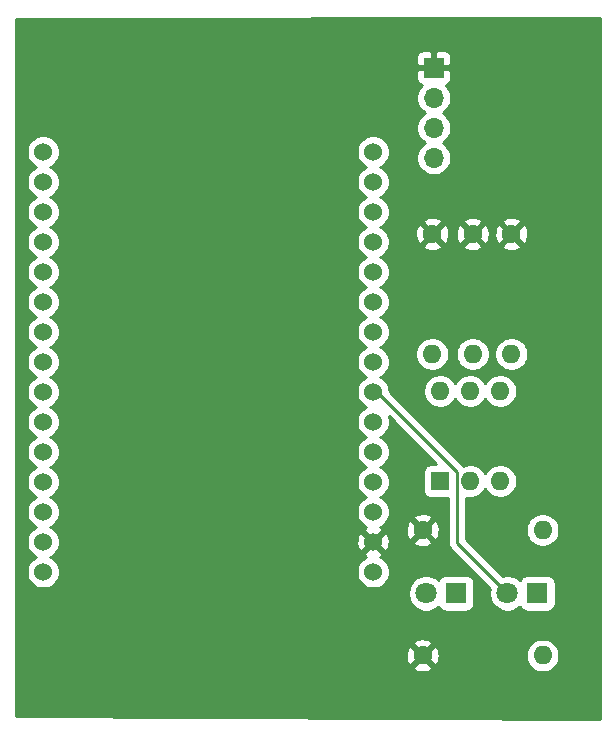
<source format=gbr>
%TF.GenerationSoftware,KiCad,Pcbnew,(5.1.9)-1*%
%TF.CreationDate,2021-10-19T20:47:57+02:00*%
%TF.ProjectId,BusyBox,42757379-426f-4782-9e6b-696361645f70,rev?*%
%TF.SameCoordinates,Original*%
%TF.FileFunction,Copper,L2,Bot*%
%TF.FilePolarity,Positive*%
%FSLAX46Y46*%
G04 Gerber Fmt 4.6, Leading zero omitted, Abs format (unit mm)*
G04 Created by KiCad (PCBNEW (5.1.9)-1) date 2021-10-19 20:47:57*
%MOMM*%
%LPD*%
G01*
G04 APERTURE LIST*
%TA.AperFunction,ComponentPad*%
%ADD10O,1.600000X1.600000*%
%TD*%
%TA.AperFunction,ComponentPad*%
%ADD11C,1.600000*%
%TD*%
%TA.AperFunction,ComponentPad*%
%ADD12C,1.524000*%
%TD*%
%TA.AperFunction,ComponentPad*%
%ADD13R,1.600000X1.600000*%
%TD*%
%TA.AperFunction,ComponentPad*%
%ADD14O,1.700000X1.700000*%
%TD*%
%TA.AperFunction,ComponentPad*%
%ADD15R,1.700000X1.700000*%
%TD*%
%TA.AperFunction,ComponentPad*%
%ADD16C,1.800000*%
%TD*%
%TA.AperFunction,ComponentPad*%
%ADD17R,1.800000X1.800000*%
%TD*%
%TA.AperFunction,Conductor*%
%ADD18C,0.250000*%
%TD*%
%TA.AperFunction,Conductor*%
%ADD19C,0.254000*%
%TD*%
%TA.AperFunction,Conductor*%
%ADD20C,0.100000*%
%TD*%
G04 APERTURE END LIST*
D10*
%TO.P,R2,2*%
%TO.N,Net-(D2-Pad1)*%
X138049000Y-102565200D03*
D11*
%TO.P,R2,1*%
%TO.N,GND*%
X127889000Y-102565200D03*
%TD*%
D12*
%TO.P,U1,30*%
%TO.N,Net-(U1-Pad30)*%
X123698700Y-70547400D03*
%TO.P,U1,29*%
%TO.N,SCL*%
X123698700Y-73087400D03*
%TO.P,U1,28*%
%TO.N,SDA*%
X123698700Y-75627400D03*
%TO.P,U1,27*%
%TO.N,Net-(U1-Pad27)*%
X123698700Y-78167400D03*
%TO.P,U1,26*%
%TO.N,SW3*%
X123698700Y-80707400D03*
%TO.P,U1,25*%
%TO.N,Net-(U1-Pad25)*%
X123698700Y-83247400D03*
%TO.P,U1,24*%
%TO.N,Net-(U1-Pad24)*%
X123698700Y-85787400D03*
%TO.P,U1,23*%
%TO.N,LED_Gruen*%
X123698700Y-88327400D03*
%TO.P,U1,22*%
%TO.N,LED_Rot*%
X123698700Y-90867400D03*
%TO.P,U1,21*%
%TO.N,SW2*%
X123698700Y-93407400D03*
%TO.P,U1,20*%
%TO.N,SW1*%
X123698700Y-95947400D03*
%TO.P,U1,19*%
%TO.N,Net-(U1-Pad19)*%
X123698700Y-98487400D03*
%TO.P,U1,18*%
%TO.N,Net-(U1-Pad18)*%
X123698700Y-101027400D03*
%TO.P,U1,17*%
%TO.N,GND*%
X123698700Y-103567400D03*
%TO.P,U1,16*%
%TO.N,3V3*%
X123698700Y-106107400D03*
%TO.P,U1,15*%
%TO.N,5V*%
X95758700Y-106107400D03*
%TO.P,U1,14*%
%TO.N,Net-(U1-Pad14)*%
X95758700Y-103567400D03*
%TO.P,U1,13*%
%TO.N,Net-(U1-Pad13)*%
X95758700Y-101027400D03*
%TO.P,U1,12*%
%TO.N,Net-(U1-Pad12)*%
X95758700Y-98487400D03*
%TO.P,U1,11*%
%TO.N,Net-(U1-Pad11)*%
X95758700Y-95947400D03*
%TO.P,U1,10*%
%TO.N,Net-(U1-Pad10)*%
X95758700Y-93407400D03*
%TO.P,U1,9*%
%TO.N,Net-(U1-Pad9)*%
X95758700Y-90867400D03*
%TO.P,U1,8*%
%TO.N,Net-(U1-Pad8)*%
X95758700Y-88327400D03*
%TO.P,U1,7*%
%TO.N,Net-(U1-Pad7)*%
X95758700Y-85787400D03*
%TO.P,U1,6*%
%TO.N,Net-(U1-Pad6)*%
X95758700Y-83247400D03*
%TO.P,U1,5*%
%TO.N,Net-(U1-Pad5)*%
X95758700Y-80707400D03*
%TO.P,U1,4*%
%TO.N,Net-(U1-Pad4)*%
X95758700Y-78167400D03*
%TO.P,U1,3*%
%TO.N,Net-(U1-Pad3)*%
X95758700Y-75627400D03*
%TO.P,U1,2*%
%TO.N,Net-(U1-Pad2)*%
X95758700Y-73087400D03*
%TO.P,U1,1*%
%TO.N,Net-(U1-Pad1)*%
X95758700Y-70547400D03*
%TD*%
D10*
%TO.P,SW1,6*%
%TO.N,SW1*%
X129387600Y-90805000D03*
%TO.P,SW1,3*%
%TO.N,3V3*%
X134467600Y-98425000D03*
%TO.P,SW1,5*%
%TO.N,SW2*%
X131927600Y-90805000D03*
%TO.P,SW1,2*%
%TO.N,3V3*%
X131927600Y-98425000D03*
%TO.P,SW1,4*%
%TO.N,SW3*%
X134467600Y-90805000D03*
D13*
%TO.P,SW1,1*%
%TO.N,3V3*%
X129387600Y-98425000D03*
%TD*%
D10*
%TO.P,R5,2*%
%TO.N,SW3*%
X135407400Y-87655400D03*
D11*
%TO.P,R5,1*%
%TO.N,GND*%
X135407400Y-77495400D03*
%TD*%
D10*
%TO.P,R4,2*%
%TO.N,SW2*%
X132130800Y-87655400D03*
D11*
%TO.P,R4,1*%
%TO.N,GND*%
X132130800Y-77495400D03*
%TD*%
D10*
%TO.P,R3,2*%
%TO.N,SW1*%
X128714500Y-87655400D03*
D11*
%TO.P,R3,1*%
%TO.N,GND*%
X128714500Y-77495400D03*
%TD*%
D10*
%TO.P,R1,2*%
%TO.N,Net-(D1-Pad1)*%
X138049000Y-113182400D03*
D11*
%TO.P,R1,1*%
%TO.N,GND*%
X127889000Y-113182400D03*
%TD*%
D14*
%TO.P,J1,4*%
%TO.N,SCL*%
X128841500Y-71043800D03*
%TO.P,J1,3*%
%TO.N,SDA*%
X128841500Y-68503800D03*
%TO.P,J1,2*%
%TO.N,5V*%
X128841500Y-65963800D03*
D15*
%TO.P,J1,1*%
%TO.N,GND*%
X128841500Y-63423800D03*
%TD*%
D16*
%TO.P,D2,2*%
%TO.N,LED_Rot*%
X135077200Y-107924600D03*
D17*
%TO.P,D2,1*%
%TO.N,Net-(D2-Pad1)*%
X137617200Y-107924600D03*
%TD*%
D16*
%TO.P,D1,2*%
%TO.N,LED_Gruen*%
X128181100Y-107924600D03*
D17*
%TO.P,D1,1*%
%TO.N,Net-(D1-Pad1)*%
X130721100Y-107924600D03*
%TD*%
D18*
%TO.N,LED_Rot*%
X124015002Y-90867400D02*
X123698700Y-90867400D01*
X130802599Y-97654997D02*
X124015002Y-90867400D01*
X130802599Y-103649999D02*
X130802599Y-97654997D01*
X135077200Y-107924600D02*
X130802599Y-103649999D01*
%TD*%
D19*
%TO.N,GND*%
X142952001Y-118552042D02*
X93483900Y-118317245D01*
X93483900Y-114175102D01*
X127075903Y-114175102D01*
X127147486Y-114419071D01*
X127402996Y-114539971D01*
X127677184Y-114608700D01*
X127959512Y-114622617D01*
X128239130Y-114581187D01*
X128505292Y-114486003D01*
X128630514Y-114419071D01*
X128702097Y-114175102D01*
X127889000Y-113362005D01*
X127075903Y-114175102D01*
X93483900Y-114175102D01*
X93483900Y-113252912D01*
X126448783Y-113252912D01*
X126490213Y-113532530D01*
X126585397Y-113798692D01*
X126652329Y-113923914D01*
X126896298Y-113995497D01*
X127709395Y-113182400D01*
X128068605Y-113182400D01*
X128881702Y-113995497D01*
X129125671Y-113923914D01*
X129246571Y-113668404D01*
X129315300Y-113394216D01*
X129329217Y-113111888D01*
X129318724Y-113041065D01*
X136614000Y-113041065D01*
X136614000Y-113323735D01*
X136669147Y-113600974D01*
X136777320Y-113862127D01*
X136934363Y-114097159D01*
X137134241Y-114297037D01*
X137369273Y-114454080D01*
X137630426Y-114562253D01*
X137907665Y-114617400D01*
X138190335Y-114617400D01*
X138467574Y-114562253D01*
X138728727Y-114454080D01*
X138963759Y-114297037D01*
X139163637Y-114097159D01*
X139320680Y-113862127D01*
X139428853Y-113600974D01*
X139484000Y-113323735D01*
X139484000Y-113041065D01*
X139428853Y-112763826D01*
X139320680Y-112502673D01*
X139163637Y-112267641D01*
X138963759Y-112067763D01*
X138728727Y-111910720D01*
X138467574Y-111802547D01*
X138190335Y-111747400D01*
X137907665Y-111747400D01*
X137630426Y-111802547D01*
X137369273Y-111910720D01*
X137134241Y-112067763D01*
X136934363Y-112267641D01*
X136777320Y-112502673D01*
X136669147Y-112763826D01*
X136614000Y-113041065D01*
X129318724Y-113041065D01*
X129287787Y-112832270D01*
X129192603Y-112566108D01*
X129125671Y-112440886D01*
X128881702Y-112369303D01*
X128068605Y-113182400D01*
X127709395Y-113182400D01*
X126896298Y-112369303D01*
X126652329Y-112440886D01*
X126531429Y-112696396D01*
X126462700Y-112970584D01*
X126448783Y-113252912D01*
X93483900Y-113252912D01*
X93483900Y-112189698D01*
X127075903Y-112189698D01*
X127889000Y-113002795D01*
X128702097Y-112189698D01*
X128630514Y-111945729D01*
X128375004Y-111824829D01*
X128100816Y-111756100D01*
X127818488Y-111742183D01*
X127538870Y-111783613D01*
X127272708Y-111878797D01*
X127147486Y-111945729D01*
X127075903Y-112189698D01*
X93483900Y-112189698D01*
X93483900Y-107773416D01*
X126646100Y-107773416D01*
X126646100Y-108075784D01*
X126705089Y-108372343D01*
X126820801Y-108651695D01*
X126988788Y-108903105D01*
X127202595Y-109116912D01*
X127454005Y-109284899D01*
X127733357Y-109400611D01*
X128029916Y-109459600D01*
X128332284Y-109459600D01*
X128628843Y-109400611D01*
X128908195Y-109284899D01*
X129159605Y-109116912D01*
X129226044Y-109050473D01*
X129231598Y-109068780D01*
X129290563Y-109179094D01*
X129369915Y-109275785D01*
X129466606Y-109355137D01*
X129576920Y-109414102D01*
X129696618Y-109450412D01*
X129821100Y-109462672D01*
X131621100Y-109462672D01*
X131745582Y-109450412D01*
X131865280Y-109414102D01*
X131975594Y-109355137D01*
X132072285Y-109275785D01*
X132151637Y-109179094D01*
X132210602Y-109068780D01*
X132246912Y-108949082D01*
X132259172Y-108824600D01*
X132259172Y-107024600D01*
X132246912Y-106900118D01*
X132210602Y-106780420D01*
X132151637Y-106670106D01*
X132072285Y-106573415D01*
X131975594Y-106494063D01*
X131865280Y-106435098D01*
X131745582Y-106398788D01*
X131621100Y-106386528D01*
X129821100Y-106386528D01*
X129696618Y-106398788D01*
X129576920Y-106435098D01*
X129466606Y-106494063D01*
X129369915Y-106573415D01*
X129290563Y-106670106D01*
X129231598Y-106780420D01*
X129226044Y-106798727D01*
X129159605Y-106732288D01*
X128908195Y-106564301D01*
X128628843Y-106448589D01*
X128332284Y-106389600D01*
X128029916Y-106389600D01*
X127733357Y-106448589D01*
X127454005Y-106564301D01*
X127202595Y-106732288D01*
X126988788Y-106946095D01*
X126820801Y-107197505D01*
X126705089Y-107476857D01*
X126646100Y-107773416D01*
X93483900Y-107773416D01*
X93483900Y-70409808D01*
X94361700Y-70409808D01*
X94361700Y-70684992D01*
X94415386Y-70954890D01*
X94520695Y-71209127D01*
X94673580Y-71437935D01*
X94868165Y-71632520D01*
X95096973Y-71785405D01*
X95174215Y-71817400D01*
X95096973Y-71849395D01*
X94868165Y-72002280D01*
X94673580Y-72196865D01*
X94520695Y-72425673D01*
X94415386Y-72679910D01*
X94361700Y-72949808D01*
X94361700Y-73224992D01*
X94415386Y-73494890D01*
X94520695Y-73749127D01*
X94673580Y-73977935D01*
X94868165Y-74172520D01*
X95096973Y-74325405D01*
X95174215Y-74357400D01*
X95096973Y-74389395D01*
X94868165Y-74542280D01*
X94673580Y-74736865D01*
X94520695Y-74965673D01*
X94415386Y-75219910D01*
X94361700Y-75489808D01*
X94361700Y-75764992D01*
X94415386Y-76034890D01*
X94520695Y-76289127D01*
X94673580Y-76517935D01*
X94868165Y-76712520D01*
X95096973Y-76865405D01*
X95174215Y-76897400D01*
X95096973Y-76929395D01*
X94868165Y-77082280D01*
X94673580Y-77276865D01*
X94520695Y-77505673D01*
X94415386Y-77759910D01*
X94361700Y-78029808D01*
X94361700Y-78304992D01*
X94415386Y-78574890D01*
X94520695Y-78829127D01*
X94673580Y-79057935D01*
X94868165Y-79252520D01*
X95096973Y-79405405D01*
X95174215Y-79437400D01*
X95096973Y-79469395D01*
X94868165Y-79622280D01*
X94673580Y-79816865D01*
X94520695Y-80045673D01*
X94415386Y-80299910D01*
X94361700Y-80569808D01*
X94361700Y-80844992D01*
X94415386Y-81114890D01*
X94520695Y-81369127D01*
X94673580Y-81597935D01*
X94868165Y-81792520D01*
X95096973Y-81945405D01*
X95174215Y-81977400D01*
X95096973Y-82009395D01*
X94868165Y-82162280D01*
X94673580Y-82356865D01*
X94520695Y-82585673D01*
X94415386Y-82839910D01*
X94361700Y-83109808D01*
X94361700Y-83384992D01*
X94415386Y-83654890D01*
X94520695Y-83909127D01*
X94673580Y-84137935D01*
X94868165Y-84332520D01*
X95096973Y-84485405D01*
X95174215Y-84517400D01*
X95096973Y-84549395D01*
X94868165Y-84702280D01*
X94673580Y-84896865D01*
X94520695Y-85125673D01*
X94415386Y-85379910D01*
X94361700Y-85649808D01*
X94361700Y-85924992D01*
X94415386Y-86194890D01*
X94520695Y-86449127D01*
X94673580Y-86677935D01*
X94868165Y-86872520D01*
X95096973Y-87025405D01*
X95174215Y-87057400D01*
X95096973Y-87089395D01*
X94868165Y-87242280D01*
X94673580Y-87436865D01*
X94520695Y-87665673D01*
X94415386Y-87919910D01*
X94361700Y-88189808D01*
X94361700Y-88464992D01*
X94415386Y-88734890D01*
X94520695Y-88989127D01*
X94673580Y-89217935D01*
X94868165Y-89412520D01*
X95096973Y-89565405D01*
X95174215Y-89597400D01*
X95096973Y-89629395D01*
X94868165Y-89782280D01*
X94673580Y-89976865D01*
X94520695Y-90205673D01*
X94415386Y-90459910D01*
X94361700Y-90729808D01*
X94361700Y-91004992D01*
X94415386Y-91274890D01*
X94520695Y-91529127D01*
X94673580Y-91757935D01*
X94868165Y-91952520D01*
X95096973Y-92105405D01*
X95174215Y-92137400D01*
X95096973Y-92169395D01*
X94868165Y-92322280D01*
X94673580Y-92516865D01*
X94520695Y-92745673D01*
X94415386Y-92999910D01*
X94361700Y-93269808D01*
X94361700Y-93544992D01*
X94415386Y-93814890D01*
X94520695Y-94069127D01*
X94673580Y-94297935D01*
X94868165Y-94492520D01*
X95096973Y-94645405D01*
X95174215Y-94677400D01*
X95096973Y-94709395D01*
X94868165Y-94862280D01*
X94673580Y-95056865D01*
X94520695Y-95285673D01*
X94415386Y-95539910D01*
X94361700Y-95809808D01*
X94361700Y-96084992D01*
X94415386Y-96354890D01*
X94520695Y-96609127D01*
X94673580Y-96837935D01*
X94868165Y-97032520D01*
X95096973Y-97185405D01*
X95174215Y-97217400D01*
X95096973Y-97249395D01*
X94868165Y-97402280D01*
X94673580Y-97596865D01*
X94520695Y-97825673D01*
X94415386Y-98079910D01*
X94361700Y-98349808D01*
X94361700Y-98624992D01*
X94415386Y-98894890D01*
X94520695Y-99149127D01*
X94673580Y-99377935D01*
X94868165Y-99572520D01*
X95096973Y-99725405D01*
X95174215Y-99757400D01*
X95096973Y-99789395D01*
X94868165Y-99942280D01*
X94673580Y-100136865D01*
X94520695Y-100365673D01*
X94415386Y-100619910D01*
X94361700Y-100889808D01*
X94361700Y-101164992D01*
X94415386Y-101434890D01*
X94520695Y-101689127D01*
X94673580Y-101917935D01*
X94868165Y-102112520D01*
X95096973Y-102265405D01*
X95174215Y-102297400D01*
X95096973Y-102329395D01*
X94868165Y-102482280D01*
X94673580Y-102676865D01*
X94520695Y-102905673D01*
X94415386Y-103159910D01*
X94361700Y-103429808D01*
X94361700Y-103704992D01*
X94415386Y-103974890D01*
X94520695Y-104229127D01*
X94673580Y-104457935D01*
X94868165Y-104652520D01*
X95096973Y-104805405D01*
X95174215Y-104837400D01*
X95096973Y-104869395D01*
X94868165Y-105022280D01*
X94673580Y-105216865D01*
X94520695Y-105445673D01*
X94415386Y-105699910D01*
X94361700Y-105969808D01*
X94361700Y-106244992D01*
X94415386Y-106514890D01*
X94520695Y-106769127D01*
X94673580Y-106997935D01*
X94868165Y-107192520D01*
X95096973Y-107345405D01*
X95351210Y-107450714D01*
X95621108Y-107504400D01*
X95896292Y-107504400D01*
X96166190Y-107450714D01*
X96420427Y-107345405D01*
X96649235Y-107192520D01*
X96843820Y-106997935D01*
X96996705Y-106769127D01*
X97102014Y-106514890D01*
X97155700Y-106244992D01*
X97155700Y-105969808D01*
X122301700Y-105969808D01*
X122301700Y-106244992D01*
X122355386Y-106514890D01*
X122460695Y-106769127D01*
X122613580Y-106997935D01*
X122808165Y-107192520D01*
X123036973Y-107345405D01*
X123291210Y-107450714D01*
X123561108Y-107504400D01*
X123836292Y-107504400D01*
X124106190Y-107450714D01*
X124360427Y-107345405D01*
X124589235Y-107192520D01*
X124783820Y-106997935D01*
X124936705Y-106769127D01*
X125042014Y-106514890D01*
X125095700Y-106244992D01*
X125095700Y-105969808D01*
X125042014Y-105699910D01*
X124936705Y-105445673D01*
X124783820Y-105216865D01*
X124589235Y-105022280D01*
X124360427Y-104869395D01*
X124288757Y-104839708D01*
X124301723Y-104835036D01*
X124417680Y-104773056D01*
X124484660Y-104532965D01*
X123698700Y-103747005D01*
X122912740Y-104532965D01*
X122979720Y-104773056D01*
X123115460Y-104836885D01*
X123036973Y-104869395D01*
X122808165Y-105022280D01*
X122613580Y-105216865D01*
X122460695Y-105445673D01*
X122355386Y-105699910D01*
X122301700Y-105969808D01*
X97155700Y-105969808D01*
X97102014Y-105699910D01*
X96996705Y-105445673D01*
X96843820Y-105216865D01*
X96649235Y-105022280D01*
X96420427Y-104869395D01*
X96343185Y-104837400D01*
X96420427Y-104805405D01*
X96649235Y-104652520D01*
X96843820Y-104457935D01*
X96996705Y-104229127D01*
X97102014Y-103974890D01*
X97155700Y-103704992D01*
X97155700Y-103639417D01*
X122296790Y-103639417D01*
X122337778Y-103911533D01*
X122431064Y-104170423D01*
X122493044Y-104286380D01*
X122733135Y-104353360D01*
X123519095Y-103567400D01*
X123878305Y-103567400D01*
X124664265Y-104353360D01*
X124904356Y-104286380D01*
X125021456Y-104037352D01*
X125087723Y-103770265D01*
X125097678Y-103557902D01*
X127075903Y-103557902D01*
X127147486Y-103801871D01*
X127402996Y-103922771D01*
X127677184Y-103991500D01*
X127959512Y-104005417D01*
X128239130Y-103963987D01*
X128505292Y-103868803D01*
X128630514Y-103801871D01*
X128702097Y-103557902D01*
X127889000Y-102744805D01*
X127075903Y-103557902D01*
X125097678Y-103557902D01*
X125100610Y-103495383D01*
X125059622Y-103223267D01*
X124966336Y-102964377D01*
X124904356Y-102848420D01*
X124664265Y-102781440D01*
X123878305Y-103567400D01*
X123519095Y-103567400D01*
X122733135Y-102781440D01*
X122493044Y-102848420D01*
X122375944Y-103097448D01*
X122309677Y-103364535D01*
X122296790Y-103639417D01*
X97155700Y-103639417D01*
X97155700Y-103429808D01*
X97102014Y-103159910D01*
X96996705Y-102905673D01*
X96843820Y-102676865D01*
X96649235Y-102482280D01*
X96420427Y-102329395D01*
X96343185Y-102297400D01*
X96420427Y-102265405D01*
X96649235Y-102112520D01*
X96843820Y-101917935D01*
X96996705Y-101689127D01*
X97102014Y-101434890D01*
X97155700Y-101164992D01*
X97155700Y-100889808D01*
X97102014Y-100619910D01*
X96996705Y-100365673D01*
X96843820Y-100136865D01*
X96649235Y-99942280D01*
X96420427Y-99789395D01*
X96343185Y-99757400D01*
X96420427Y-99725405D01*
X96649235Y-99572520D01*
X96843820Y-99377935D01*
X96996705Y-99149127D01*
X97102014Y-98894890D01*
X97155700Y-98624992D01*
X97155700Y-98349808D01*
X97102014Y-98079910D01*
X96996705Y-97825673D01*
X96843820Y-97596865D01*
X96649235Y-97402280D01*
X96420427Y-97249395D01*
X96343185Y-97217400D01*
X96420427Y-97185405D01*
X96649235Y-97032520D01*
X96843820Y-96837935D01*
X96996705Y-96609127D01*
X97102014Y-96354890D01*
X97155700Y-96084992D01*
X97155700Y-95809808D01*
X97102014Y-95539910D01*
X96996705Y-95285673D01*
X96843820Y-95056865D01*
X96649235Y-94862280D01*
X96420427Y-94709395D01*
X96343185Y-94677400D01*
X96420427Y-94645405D01*
X96649235Y-94492520D01*
X96843820Y-94297935D01*
X96996705Y-94069127D01*
X97102014Y-93814890D01*
X97155700Y-93544992D01*
X97155700Y-93269808D01*
X97102014Y-92999910D01*
X96996705Y-92745673D01*
X96843820Y-92516865D01*
X96649235Y-92322280D01*
X96420427Y-92169395D01*
X96343185Y-92137400D01*
X96420427Y-92105405D01*
X96649235Y-91952520D01*
X96843820Y-91757935D01*
X96996705Y-91529127D01*
X97102014Y-91274890D01*
X97155700Y-91004992D01*
X97155700Y-90729808D01*
X97102014Y-90459910D01*
X96996705Y-90205673D01*
X96843820Y-89976865D01*
X96649235Y-89782280D01*
X96420427Y-89629395D01*
X96343185Y-89597400D01*
X96420427Y-89565405D01*
X96649235Y-89412520D01*
X96843820Y-89217935D01*
X96996705Y-88989127D01*
X97102014Y-88734890D01*
X97155700Y-88464992D01*
X97155700Y-88189808D01*
X97102014Y-87919910D01*
X96996705Y-87665673D01*
X96843820Y-87436865D01*
X96649235Y-87242280D01*
X96420427Y-87089395D01*
X96343185Y-87057400D01*
X96420427Y-87025405D01*
X96649235Y-86872520D01*
X96843820Y-86677935D01*
X96996705Y-86449127D01*
X97102014Y-86194890D01*
X97155700Y-85924992D01*
X97155700Y-85649808D01*
X97102014Y-85379910D01*
X96996705Y-85125673D01*
X96843820Y-84896865D01*
X96649235Y-84702280D01*
X96420427Y-84549395D01*
X96343185Y-84517400D01*
X96420427Y-84485405D01*
X96649235Y-84332520D01*
X96843820Y-84137935D01*
X96996705Y-83909127D01*
X97102014Y-83654890D01*
X97155700Y-83384992D01*
X97155700Y-83109808D01*
X97102014Y-82839910D01*
X96996705Y-82585673D01*
X96843820Y-82356865D01*
X96649235Y-82162280D01*
X96420427Y-82009395D01*
X96343185Y-81977400D01*
X96420427Y-81945405D01*
X96649235Y-81792520D01*
X96843820Y-81597935D01*
X96996705Y-81369127D01*
X97102014Y-81114890D01*
X97155700Y-80844992D01*
X97155700Y-80569808D01*
X97102014Y-80299910D01*
X96996705Y-80045673D01*
X96843820Y-79816865D01*
X96649235Y-79622280D01*
X96420427Y-79469395D01*
X96343185Y-79437400D01*
X96420427Y-79405405D01*
X96649235Y-79252520D01*
X96843820Y-79057935D01*
X96996705Y-78829127D01*
X97102014Y-78574890D01*
X97155700Y-78304992D01*
X97155700Y-78029808D01*
X97102014Y-77759910D01*
X96996705Y-77505673D01*
X96843820Y-77276865D01*
X96649235Y-77082280D01*
X96420427Y-76929395D01*
X96343185Y-76897400D01*
X96420427Y-76865405D01*
X96649235Y-76712520D01*
X96843820Y-76517935D01*
X96996705Y-76289127D01*
X97102014Y-76034890D01*
X97155700Y-75764992D01*
X97155700Y-75489808D01*
X97102014Y-75219910D01*
X96996705Y-74965673D01*
X96843820Y-74736865D01*
X96649235Y-74542280D01*
X96420427Y-74389395D01*
X96343185Y-74357400D01*
X96420427Y-74325405D01*
X96649235Y-74172520D01*
X96843820Y-73977935D01*
X96996705Y-73749127D01*
X97102014Y-73494890D01*
X97155700Y-73224992D01*
X97155700Y-72949808D01*
X97102014Y-72679910D01*
X96996705Y-72425673D01*
X96843820Y-72196865D01*
X96649235Y-72002280D01*
X96420427Y-71849395D01*
X96343185Y-71817400D01*
X96420427Y-71785405D01*
X96649235Y-71632520D01*
X96843820Y-71437935D01*
X96996705Y-71209127D01*
X97102014Y-70954890D01*
X97155700Y-70684992D01*
X97155700Y-70409808D01*
X122301700Y-70409808D01*
X122301700Y-70684992D01*
X122355386Y-70954890D01*
X122460695Y-71209127D01*
X122613580Y-71437935D01*
X122808165Y-71632520D01*
X123036973Y-71785405D01*
X123114215Y-71817400D01*
X123036973Y-71849395D01*
X122808165Y-72002280D01*
X122613580Y-72196865D01*
X122460695Y-72425673D01*
X122355386Y-72679910D01*
X122301700Y-72949808D01*
X122301700Y-73224992D01*
X122355386Y-73494890D01*
X122460695Y-73749127D01*
X122613580Y-73977935D01*
X122808165Y-74172520D01*
X123036973Y-74325405D01*
X123114215Y-74357400D01*
X123036973Y-74389395D01*
X122808165Y-74542280D01*
X122613580Y-74736865D01*
X122460695Y-74965673D01*
X122355386Y-75219910D01*
X122301700Y-75489808D01*
X122301700Y-75764992D01*
X122355386Y-76034890D01*
X122460695Y-76289127D01*
X122613580Y-76517935D01*
X122808165Y-76712520D01*
X123036973Y-76865405D01*
X123114215Y-76897400D01*
X123036973Y-76929395D01*
X122808165Y-77082280D01*
X122613580Y-77276865D01*
X122460695Y-77505673D01*
X122355386Y-77759910D01*
X122301700Y-78029808D01*
X122301700Y-78304992D01*
X122355386Y-78574890D01*
X122460695Y-78829127D01*
X122613580Y-79057935D01*
X122808165Y-79252520D01*
X123036973Y-79405405D01*
X123114215Y-79437400D01*
X123036973Y-79469395D01*
X122808165Y-79622280D01*
X122613580Y-79816865D01*
X122460695Y-80045673D01*
X122355386Y-80299910D01*
X122301700Y-80569808D01*
X122301700Y-80844992D01*
X122355386Y-81114890D01*
X122460695Y-81369127D01*
X122613580Y-81597935D01*
X122808165Y-81792520D01*
X123036973Y-81945405D01*
X123114215Y-81977400D01*
X123036973Y-82009395D01*
X122808165Y-82162280D01*
X122613580Y-82356865D01*
X122460695Y-82585673D01*
X122355386Y-82839910D01*
X122301700Y-83109808D01*
X122301700Y-83384992D01*
X122355386Y-83654890D01*
X122460695Y-83909127D01*
X122613580Y-84137935D01*
X122808165Y-84332520D01*
X123036973Y-84485405D01*
X123114215Y-84517400D01*
X123036973Y-84549395D01*
X122808165Y-84702280D01*
X122613580Y-84896865D01*
X122460695Y-85125673D01*
X122355386Y-85379910D01*
X122301700Y-85649808D01*
X122301700Y-85924992D01*
X122355386Y-86194890D01*
X122460695Y-86449127D01*
X122613580Y-86677935D01*
X122808165Y-86872520D01*
X123036973Y-87025405D01*
X123114215Y-87057400D01*
X123036973Y-87089395D01*
X122808165Y-87242280D01*
X122613580Y-87436865D01*
X122460695Y-87665673D01*
X122355386Y-87919910D01*
X122301700Y-88189808D01*
X122301700Y-88464992D01*
X122355386Y-88734890D01*
X122460695Y-88989127D01*
X122613580Y-89217935D01*
X122808165Y-89412520D01*
X123036973Y-89565405D01*
X123114215Y-89597400D01*
X123036973Y-89629395D01*
X122808165Y-89782280D01*
X122613580Y-89976865D01*
X122460695Y-90205673D01*
X122355386Y-90459910D01*
X122301700Y-90729808D01*
X122301700Y-91004992D01*
X122355386Y-91274890D01*
X122460695Y-91529127D01*
X122613580Y-91757935D01*
X122808165Y-91952520D01*
X123036973Y-92105405D01*
X123114215Y-92137400D01*
X123036973Y-92169395D01*
X122808165Y-92322280D01*
X122613580Y-92516865D01*
X122460695Y-92745673D01*
X122355386Y-92999910D01*
X122301700Y-93269808D01*
X122301700Y-93544992D01*
X122355386Y-93814890D01*
X122460695Y-94069127D01*
X122613580Y-94297935D01*
X122808165Y-94492520D01*
X123036973Y-94645405D01*
X123114215Y-94677400D01*
X123036973Y-94709395D01*
X122808165Y-94862280D01*
X122613580Y-95056865D01*
X122460695Y-95285673D01*
X122355386Y-95539910D01*
X122301700Y-95809808D01*
X122301700Y-96084992D01*
X122355386Y-96354890D01*
X122460695Y-96609127D01*
X122613580Y-96837935D01*
X122808165Y-97032520D01*
X123036973Y-97185405D01*
X123114215Y-97217400D01*
X123036973Y-97249395D01*
X122808165Y-97402280D01*
X122613580Y-97596865D01*
X122460695Y-97825673D01*
X122355386Y-98079910D01*
X122301700Y-98349808D01*
X122301700Y-98624992D01*
X122355386Y-98894890D01*
X122460695Y-99149127D01*
X122613580Y-99377935D01*
X122808165Y-99572520D01*
X123036973Y-99725405D01*
X123114215Y-99757400D01*
X123036973Y-99789395D01*
X122808165Y-99942280D01*
X122613580Y-100136865D01*
X122460695Y-100365673D01*
X122355386Y-100619910D01*
X122301700Y-100889808D01*
X122301700Y-101164992D01*
X122355386Y-101434890D01*
X122460695Y-101689127D01*
X122613580Y-101917935D01*
X122808165Y-102112520D01*
X123036973Y-102265405D01*
X123108643Y-102295092D01*
X123095677Y-102299764D01*
X122979720Y-102361744D01*
X122912740Y-102601835D01*
X123698700Y-103387795D01*
X124450783Y-102635712D01*
X126448783Y-102635712D01*
X126490213Y-102915330D01*
X126585397Y-103181492D01*
X126652329Y-103306714D01*
X126896298Y-103378297D01*
X127709395Y-102565200D01*
X128068605Y-102565200D01*
X128881702Y-103378297D01*
X129125671Y-103306714D01*
X129246571Y-103051204D01*
X129315300Y-102777016D01*
X129329217Y-102494688D01*
X129287787Y-102215070D01*
X129192603Y-101948908D01*
X129125671Y-101823686D01*
X128881702Y-101752103D01*
X128068605Y-102565200D01*
X127709395Y-102565200D01*
X126896298Y-101752103D01*
X126652329Y-101823686D01*
X126531429Y-102079196D01*
X126462700Y-102353384D01*
X126448783Y-102635712D01*
X124450783Y-102635712D01*
X124484660Y-102601835D01*
X124417680Y-102361744D01*
X124281940Y-102297915D01*
X124360427Y-102265405D01*
X124589235Y-102112520D01*
X124783820Y-101917935D01*
X124936705Y-101689127D01*
X124985014Y-101572498D01*
X127075903Y-101572498D01*
X127889000Y-102385595D01*
X128702097Y-101572498D01*
X128630514Y-101328529D01*
X128375004Y-101207629D01*
X128100816Y-101138900D01*
X127818488Y-101124983D01*
X127538870Y-101166413D01*
X127272708Y-101261597D01*
X127147486Y-101328529D01*
X127075903Y-101572498D01*
X124985014Y-101572498D01*
X125042014Y-101434890D01*
X125095700Y-101164992D01*
X125095700Y-100889808D01*
X125042014Y-100619910D01*
X124936705Y-100365673D01*
X124783820Y-100136865D01*
X124589235Y-99942280D01*
X124360427Y-99789395D01*
X124283185Y-99757400D01*
X124360427Y-99725405D01*
X124589235Y-99572520D01*
X124783820Y-99377935D01*
X124936705Y-99149127D01*
X125042014Y-98894890D01*
X125095700Y-98624992D01*
X125095700Y-98349808D01*
X125042014Y-98079910D01*
X124936705Y-97825673D01*
X124783820Y-97596865D01*
X124589235Y-97402280D01*
X124360427Y-97249395D01*
X124283185Y-97217400D01*
X124360427Y-97185405D01*
X124589235Y-97032520D01*
X124783820Y-96837935D01*
X124936705Y-96609127D01*
X125042014Y-96354890D01*
X125095700Y-96084992D01*
X125095700Y-95809808D01*
X125042014Y-95539910D01*
X124936705Y-95285673D01*
X124783820Y-95056865D01*
X124589235Y-94862280D01*
X124360427Y-94709395D01*
X124283185Y-94677400D01*
X124360427Y-94645405D01*
X124589235Y-94492520D01*
X124783820Y-94297935D01*
X124936705Y-94069127D01*
X125042014Y-93814890D01*
X125095700Y-93544992D01*
X125095700Y-93269808D01*
X125042014Y-92999910D01*
X125020308Y-92947507D01*
X129059728Y-96986928D01*
X128587600Y-96986928D01*
X128463118Y-96999188D01*
X128343420Y-97035498D01*
X128233106Y-97094463D01*
X128136415Y-97173815D01*
X128057063Y-97270506D01*
X127998098Y-97380820D01*
X127961788Y-97500518D01*
X127949528Y-97625000D01*
X127949528Y-99225000D01*
X127961788Y-99349482D01*
X127998098Y-99469180D01*
X128057063Y-99579494D01*
X128136415Y-99676185D01*
X128233106Y-99755537D01*
X128343420Y-99814502D01*
X128463118Y-99850812D01*
X128587600Y-99863072D01*
X130042600Y-99863072D01*
X130042599Y-103612676D01*
X130038923Y-103649999D01*
X130042599Y-103687321D01*
X130042599Y-103687331D01*
X130053596Y-103798984D01*
X130087737Y-103911533D01*
X130097053Y-103942245D01*
X130167625Y-104074275D01*
X130207470Y-104122825D01*
X130262598Y-104190000D01*
X130291602Y-104213803D01*
X133593469Y-107515670D01*
X133542200Y-107773416D01*
X133542200Y-108075784D01*
X133601189Y-108372343D01*
X133716901Y-108651695D01*
X133884888Y-108903105D01*
X134098695Y-109116912D01*
X134350105Y-109284899D01*
X134629457Y-109400611D01*
X134926016Y-109459600D01*
X135228384Y-109459600D01*
X135524943Y-109400611D01*
X135804295Y-109284899D01*
X136055705Y-109116912D01*
X136122144Y-109050473D01*
X136127698Y-109068780D01*
X136186663Y-109179094D01*
X136266015Y-109275785D01*
X136362706Y-109355137D01*
X136473020Y-109414102D01*
X136592718Y-109450412D01*
X136717200Y-109462672D01*
X138517200Y-109462672D01*
X138641682Y-109450412D01*
X138761380Y-109414102D01*
X138871694Y-109355137D01*
X138968385Y-109275785D01*
X139047737Y-109179094D01*
X139106702Y-109068780D01*
X139143012Y-108949082D01*
X139155272Y-108824600D01*
X139155272Y-107024600D01*
X139143012Y-106900118D01*
X139106702Y-106780420D01*
X139047737Y-106670106D01*
X138968385Y-106573415D01*
X138871694Y-106494063D01*
X138761380Y-106435098D01*
X138641682Y-106398788D01*
X138517200Y-106386528D01*
X136717200Y-106386528D01*
X136592718Y-106398788D01*
X136473020Y-106435098D01*
X136362706Y-106494063D01*
X136266015Y-106573415D01*
X136186663Y-106670106D01*
X136127698Y-106780420D01*
X136122144Y-106798727D01*
X136055705Y-106732288D01*
X135804295Y-106564301D01*
X135524943Y-106448589D01*
X135228384Y-106389600D01*
X134926016Y-106389600D01*
X134668270Y-106440869D01*
X131562599Y-103335198D01*
X131562599Y-102423865D01*
X136614000Y-102423865D01*
X136614000Y-102706535D01*
X136669147Y-102983774D01*
X136777320Y-103244927D01*
X136934363Y-103479959D01*
X137134241Y-103679837D01*
X137369273Y-103836880D01*
X137630426Y-103945053D01*
X137907665Y-104000200D01*
X138190335Y-104000200D01*
X138467574Y-103945053D01*
X138728727Y-103836880D01*
X138963759Y-103679837D01*
X139163637Y-103479959D01*
X139320680Y-103244927D01*
X139428853Y-102983774D01*
X139484000Y-102706535D01*
X139484000Y-102423865D01*
X139428853Y-102146626D01*
X139320680Y-101885473D01*
X139163637Y-101650441D01*
X138963759Y-101450563D01*
X138728727Y-101293520D01*
X138467574Y-101185347D01*
X138190335Y-101130200D01*
X137907665Y-101130200D01*
X137630426Y-101185347D01*
X137369273Y-101293520D01*
X137134241Y-101450563D01*
X136934363Y-101650441D01*
X136777320Y-101885473D01*
X136669147Y-102146626D01*
X136614000Y-102423865D01*
X131562599Y-102423865D01*
X131562599Y-99815509D01*
X131786265Y-99860000D01*
X132068935Y-99860000D01*
X132346174Y-99804853D01*
X132607327Y-99696680D01*
X132842359Y-99539637D01*
X133042237Y-99339759D01*
X133197600Y-99107241D01*
X133352963Y-99339759D01*
X133552841Y-99539637D01*
X133787873Y-99696680D01*
X134049026Y-99804853D01*
X134326265Y-99860000D01*
X134608935Y-99860000D01*
X134886174Y-99804853D01*
X135147327Y-99696680D01*
X135382359Y-99539637D01*
X135582237Y-99339759D01*
X135739280Y-99104727D01*
X135847453Y-98843574D01*
X135902600Y-98566335D01*
X135902600Y-98283665D01*
X135847453Y-98006426D01*
X135739280Y-97745273D01*
X135582237Y-97510241D01*
X135382359Y-97310363D01*
X135147327Y-97153320D01*
X134886174Y-97045147D01*
X134608935Y-96990000D01*
X134326265Y-96990000D01*
X134049026Y-97045147D01*
X133787873Y-97153320D01*
X133552841Y-97310363D01*
X133352963Y-97510241D01*
X133197600Y-97742759D01*
X133042237Y-97510241D01*
X132842359Y-97310363D01*
X132607327Y-97153320D01*
X132346174Y-97045147D01*
X132068935Y-96990000D01*
X131786265Y-96990000D01*
X131509026Y-97045147D01*
X131341861Y-97114389D01*
X131313602Y-97091198D01*
X125095700Y-90873297D01*
X125095700Y-90729808D01*
X125082544Y-90663665D01*
X127952600Y-90663665D01*
X127952600Y-90946335D01*
X128007747Y-91223574D01*
X128115920Y-91484727D01*
X128272963Y-91719759D01*
X128472841Y-91919637D01*
X128707873Y-92076680D01*
X128969026Y-92184853D01*
X129246265Y-92240000D01*
X129528935Y-92240000D01*
X129806174Y-92184853D01*
X130067327Y-92076680D01*
X130302359Y-91919637D01*
X130502237Y-91719759D01*
X130657600Y-91487241D01*
X130812963Y-91719759D01*
X131012841Y-91919637D01*
X131247873Y-92076680D01*
X131509026Y-92184853D01*
X131786265Y-92240000D01*
X132068935Y-92240000D01*
X132346174Y-92184853D01*
X132607327Y-92076680D01*
X132842359Y-91919637D01*
X133042237Y-91719759D01*
X133197600Y-91487241D01*
X133352963Y-91719759D01*
X133552841Y-91919637D01*
X133787873Y-92076680D01*
X134049026Y-92184853D01*
X134326265Y-92240000D01*
X134608935Y-92240000D01*
X134886174Y-92184853D01*
X135147327Y-92076680D01*
X135382359Y-91919637D01*
X135582237Y-91719759D01*
X135739280Y-91484727D01*
X135847453Y-91223574D01*
X135902600Y-90946335D01*
X135902600Y-90663665D01*
X135847453Y-90386426D01*
X135739280Y-90125273D01*
X135582237Y-89890241D01*
X135382359Y-89690363D01*
X135147327Y-89533320D01*
X134886174Y-89425147D01*
X134608935Y-89370000D01*
X134326265Y-89370000D01*
X134049026Y-89425147D01*
X133787873Y-89533320D01*
X133552841Y-89690363D01*
X133352963Y-89890241D01*
X133197600Y-90122759D01*
X133042237Y-89890241D01*
X132842359Y-89690363D01*
X132607327Y-89533320D01*
X132346174Y-89425147D01*
X132068935Y-89370000D01*
X131786265Y-89370000D01*
X131509026Y-89425147D01*
X131247873Y-89533320D01*
X131012841Y-89690363D01*
X130812963Y-89890241D01*
X130657600Y-90122759D01*
X130502237Y-89890241D01*
X130302359Y-89690363D01*
X130067327Y-89533320D01*
X129806174Y-89425147D01*
X129528935Y-89370000D01*
X129246265Y-89370000D01*
X128969026Y-89425147D01*
X128707873Y-89533320D01*
X128472841Y-89690363D01*
X128272963Y-89890241D01*
X128115920Y-90125273D01*
X128007747Y-90386426D01*
X127952600Y-90663665D01*
X125082544Y-90663665D01*
X125042014Y-90459910D01*
X124936705Y-90205673D01*
X124783820Y-89976865D01*
X124589235Y-89782280D01*
X124360427Y-89629395D01*
X124283185Y-89597400D01*
X124360427Y-89565405D01*
X124589235Y-89412520D01*
X124783820Y-89217935D01*
X124936705Y-88989127D01*
X125042014Y-88734890D01*
X125095700Y-88464992D01*
X125095700Y-88189808D01*
X125042014Y-87919910D01*
X124936705Y-87665673D01*
X124835404Y-87514065D01*
X127279500Y-87514065D01*
X127279500Y-87796735D01*
X127334647Y-88073974D01*
X127442820Y-88335127D01*
X127599863Y-88570159D01*
X127799741Y-88770037D01*
X128034773Y-88927080D01*
X128295926Y-89035253D01*
X128573165Y-89090400D01*
X128855835Y-89090400D01*
X129133074Y-89035253D01*
X129394227Y-88927080D01*
X129629259Y-88770037D01*
X129829137Y-88570159D01*
X129986180Y-88335127D01*
X130094353Y-88073974D01*
X130149500Y-87796735D01*
X130149500Y-87514065D01*
X130695800Y-87514065D01*
X130695800Y-87796735D01*
X130750947Y-88073974D01*
X130859120Y-88335127D01*
X131016163Y-88570159D01*
X131216041Y-88770037D01*
X131451073Y-88927080D01*
X131712226Y-89035253D01*
X131989465Y-89090400D01*
X132272135Y-89090400D01*
X132549374Y-89035253D01*
X132810527Y-88927080D01*
X133045559Y-88770037D01*
X133245437Y-88570159D01*
X133402480Y-88335127D01*
X133510653Y-88073974D01*
X133565800Y-87796735D01*
X133565800Y-87514065D01*
X133972400Y-87514065D01*
X133972400Y-87796735D01*
X134027547Y-88073974D01*
X134135720Y-88335127D01*
X134292763Y-88570159D01*
X134492641Y-88770037D01*
X134727673Y-88927080D01*
X134988826Y-89035253D01*
X135266065Y-89090400D01*
X135548735Y-89090400D01*
X135825974Y-89035253D01*
X136087127Y-88927080D01*
X136322159Y-88770037D01*
X136522037Y-88570159D01*
X136679080Y-88335127D01*
X136787253Y-88073974D01*
X136842400Y-87796735D01*
X136842400Y-87514065D01*
X136787253Y-87236826D01*
X136679080Y-86975673D01*
X136522037Y-86740641D01*
X136322159Y-86540763D01*
X136087127Y-86383720D01*
X135825974Y-86275547D01*
X135548735Y-86220400D01*
X135266065Y-86220400D01*
X134988826Y-86275547D01*
X134727673Y-86383720D01*
X134492641Y-86540763D01*
X134292763Y-86740641D01*
X134135720Y-86975673D01*
X134027547Y-87236826D01*
X133972400Y-87514065D01*
X133565800Y-87514065D01*
X133510653Y-87236826D01*
X133402480Y-86975673D01*
X133245437Y-86740641D01*
X133045559Y-86540763D01*
X132810527Y-86383720D01*
X132549374Y-86275547D01*
X132272135Y-86220400D01*
X131989465Y-86220400D01*
X131712226Y-86275547D01*
X131451073Y-86383720D01*
X131216041Y-86540763D01*
X131016163Y-86740641D01*
X130859120Y-86975673D01*
X130750947Y-87236826D01*
X130695800Y-87514065D01*
X130149500Y-87514065D01*
X130094353Y-87236826D01*
X129986180Y-86975673D01*
X129829137Y-86740641D01*
X129629259Y-86540763D01*
X129394227Y-86383720D01*
X129133074Y-86275547D01*
X128855835Y-86220400D01*
X128573165Y-86220400D01*
X128295926Y-86275547D01*
X128034773Y-86383720D01*
X127799741Y-86540763D01*
X127599863Y-86740641D01*
X127442820Y-86975673D01*
X127334647Y-87236826D01*
X127279500Y-87514065D01*
X124835404Y-87514065D01*
X124783820Y-87436865D01*
X124589235Y-87242280D01*
X124360427Y-87089395D01*
X124283185Y-87057400D01*
X124360427Y-87025405D01*
X124589235Y-86872520D01*
X124783820Y-86677935D01*
X124936705Y-86449127D01*
X125042014Y-86194890D01*
X125095700Y-85924992D01*
X125095700Y-85649808D01*
X125042014Y-85379910D01*
X124936705Y-85125673D01*
X124783820Y-84896865D01*
X124589235Y-84702280D01*
X124360427Y-84549395D01*
X124283185Y-84517400D01*
X124360427Y-84485405D01*
X124589235Y-84332520D01*
X124783820Y-84137935D01*
X124936705Y-83909127D01*
X125042014Y-83654890D01*
X125095700Y-83384992D01*
X125095700Y-83109808D01*
X125042014Y-82839910D01*
X124936705Y-82585673D01*
X124783820Y-82356865D01*
X124589235Y-82162280D01*
X124360427Y-82009395D01*
X124283185Y-81977400D01*
X124360427Y-81945405D01*
X124589235Y-81792520D01*
X124783820Y-81597935D01*
X124936705Y-81369127D01*
X125042014Y-81114890D01*
X125095700Y-80844992D01*
X125095700Y-80569808D01*
X125042014Y-80299910D01*
X124936705Y-80045673D01*
X124783820Y-79816865D01*
X124589235Y-79622280D01*
X124360427Y-79469395D01*
X124283185Y-79437400D01*
X124360427Y-79405405D01*
X124589235Y-79252520D01*
X124783820Y-79057935D01*
X124936705Y-78829127D01*
X125042014Y-78574890D01*
X125059277Y-78488102D01*
X127901403Y-78488102D01*
X127972986Y-78732071D01*
X128228496Y-78852971D01*
X128502684Y-78921700D01*
X128785012Y-78935617D01*
X129064630Y-78894187D01*
X129330792Y-78799003D01*
X129456014Y-78732071D01*
X129527597Y-78488102D01*
X131317703Y-78488102D01*
X131389286Y-78732071D01*
X131644796Y-78852971D01*
X131918984Y-78921700D01*
X132201312Y-78935617D01*
X132480930Y-78894187D01*
X132747092Y-78799003D01*
X132872314Y-78732071D01*
X132943897Y-78488102D01*
X134594303Y-78488102D01*
X134665886Y-78732071D01*
X134921396Y-78852971D01*
X135195584Y-78921700D01*
X135477912Y-78935617D01*
X135757530Y-78894187D01*
X136023692Y-78799003D01*
X136148914Y-78732071D01*
X136220497Y-78488102D01*
X135407400Y-77675005D01*
X134594303Y-78488102D01*
X132943897Y-78488102D01*
X132130800Y-77675005D01*
X131317703Y-78488102D01*
X129527597Y-78488102D01*
X128714500Y-77675005D01*
X127901403Y-78488102D01*
X125059277Y-78488102D01*
X125095700Y-78304992D01*
X125095700Y-78029808D01*
X125042014Y-77759910D01*
X124961657Y-77565912D01*
X127274283Y-77565912D01*
X127315713Y-77845530D01*
X127410897Y-78111692D01*
X127477829Y-78236914D01*
X127721798Y-78308497D01*
X128534895Y-77495400D01*
X128894105Y-77495400D01*
X129707202Y-78308497D01*
X129951171Y-78236914D01*
X130072071Y-77981404D01*
X130140800Y-77707216D01*
X130147765Y-77565912D01*
X130690583Y-77565912D01*
X130732013Y-77845530D01*
X130827197Y-78111692D01*
X130894129Y-78236914D01*
X131138098Y-78308497D01*
X131951195Y-77495400D01*
X132310405Y-77495400D01*
X133123502Y-78308497D01*
X133367471Y-78236914D01*
X133488371Y-77981404D01*
X133557100Y-77707216D01*
X133564065Y-77565912D01*
X133967183Y-77565912D01*
X134008613Y-77845530D01*
X134103797Y-78111692D01*
X134170729Y-78236914D01*
X134414698Y-78308497D01*
X135227795Y-77495400D01*
X135587005Y-77495400D01*
X136400102Y-78308497D01*
X136644071Y-78236914D01*
X136764971Y-77981404D01*
X136833700Y-77707216D01*
X136847617Y-77424888D01*
X136806187Y-77145270D01*
X136711003Y-76879108D01*
X136644071Y-76753886D01*
X136400102Y-76682303D01*
X135587005Y-77495400D01*
X135227795Y-77495400D01*
X134414698Y-76682303D01*
X134170729Y-76753886D01*
X134049829Y-77009396D01*
X133981100Y-77283584D01*
X133967183Y-77565912D01*
X133564065Y-77565912D01*
X133571017Y-77424888D01*
X133529587Y-77145270D01*
X133434403Y-76879108D01*
X133367471Y-76753886D01*
X133123502Y-76682303D01*
X132310405Y-77495400D01*
X131951195Y-77495400D01*
X131138098Y-76682303D01*
X130894129Y-76753886D01*
X130773229Y-77009396D01*
X130704500Y-77283584D01*
X130690583Y-77565912D01*
X130147765Y-77565912D01*
X130154717Y-77424888D01*
X130113287Y-77145270D01*
X130018103Y-76879108D01*
X129951171Y-76753886D01*
X129707202Y-76682303D01*
X128894105Y-77495400D01*
X128534895Y-77495400D01*
X127721798Y-76682303D01*
X127477829Y-76753886D01*
X127356929Y-77009396D01*
X127288200Y-77283584D01*
X127274283Y-77565912D01*
X124961657Y-77565912D01*
X124936705Y-77505673D01*
X124783820Y-77276865D01*
X124589235Y-77082280D01*
X124360427Y-76929395D01*
X124283185Y-76897400D01*
X124360427Y-76865405D01*
X124589235Y-76712520D01*
X124783820Y-76517935D01*
X124794001Y-76502698D01*
X127901403Y-76502698D01*
X128714500Y-77315795D01*
X129527597Y-76502698D01*
X131317703Y-76502698D01*
X132130800Y-77315795D01*
X132943897Y-76502698D01*
X134594303Y-76502698D01*
X135407400Y-77315795D01*
X136220497Y-76502698D01*
X136148914Y-76258729D01*
X135893404Y-76137829D01*
X135619216Y-76069100D01*
X135336888Y-76055183D01*
X135057270Y-76096613D01*
X134791108Y-76191797D01*
X134665886Y-76258729D01*
X134594303Y-76502698D01*
X132943897Y-76502698D01*
X132872314Y-76258729D01*
X132616804Y-76137829D01*
X132342616Y-76069100D01*
X132060288Y-76055183D01*
X131780670Y-76096613D01*
X131514508Y-76191797D01*
X131389286Y-76258729D01*
X131317703Y-76502698D01*
X129527597Y-76502698D01*
X129456014Y-76258729D01*
X129200504Y-76137829D01*
X128926316Y-76069100D01*
X128643988Y-76055183D01*
X128364370Y-76096613D01*
X128098208Y-76191797D01*
X127972986Y-76258729D01*
X127901403Y-76502698D01*
X124794001Y-76502698D01*
X124936705Y-76289127D01*
X125042014Y-76034890D01*
X125095700Y-75764992D01*
X125095700Y-75489808D01*
X125042014Y-75219910D01*
X124936705Y-74965673D01*
X124783820Y-74736865D01*
X124589235Y-74542280D01*
X124360427Y-74389395D01*
X124283185Y-74357400D01*
X124360427Y-74325405D01*
X124589235Y-74172520D01*
X124783820Y-73977935D01*
X124936705Y-73749127D01*
X125042014Y-73494890D01*
X125095700Y-73224992D01*
X125095700Y-72949808D01*
X125042014Y-72679910D01*
X124936705Y-72425673D01*
X124783820Y-72196865D01*
X124589235Y-72002280D01*
X124360427Y-71849395D01*
X124283185Y-71817400D01*
X124360427Y-71785405D01*
X124589235Y-71632520D01*
X124783820Y-71437935D01*
X124936705Y-71209127D01*
X125042014Y-70954890D01*
X125095700Y-70684992D01*
X125095700Y-70409808D01*
X125042014Y-70139910D01*
X124936705Y-69885673D01*
X124783820Y-69656865D01*
X124589235Y-69462280D01*
X124360427Y-69309395D01*
X124106190Y-69204086D01*
X123836292Y-69150400D01*
X123561108Y-69150400D01*
X123291210Y-69204086D01*
X123036973Y-69309395D01*
X122808165Y-69462280D01*
X122613580Y-69656865D01*
X122460695Y-69885673D01*
X122355386Y-70139910D01*
X122301700Y-70409808D01*
X97155700Y-70409808D01*
X97102014Y-70139910D01*
X96996705Y-69885673D01*
X96843820Y-69656865D01*
X96649235Y-69462280D01*
X96420427Y-69309395D01*
X96166190Y-69204086D01*
X95896292Y-69150400D01*
X95621108Y-69150400D01*
X95351210Y-69204086D01*
X95096973Y-69309395D01*
X94868165Y-69462280D01*
X94673580Y-69656865D01*
X94520695Y-69885673D01*
X94415386Y-70139910D01*
X94361700Y-70409808D01*
X93483900Y-70409808D01*
X93483900Y-64273800D01*
X127353428Y-64273800D01*
X127365688Y-64398282D01*
X127401998Y-64517980D01*
X127460963Y-64628294D01*
X127540315Y-64724985D01*
X127637006Y-64804337D01*
X127747320Y-64863302D01*
X127819880Y-64885313D01*
X127688025Y-65017168D01*
X127525510Y-65260389D01*
X127413568Y-65530642D01*
X127356500Y-65817540D01*
X127356500Y-66110060D01*
X127413568Y-66396958D01*
X127525510Y-66667211D01*
X127688025Y-66910432D01*
X127894868Y-67117275D01*
X128069260Y-67233800D01*
X127894868Y-67350325D01*
X127688025Y-67557168D01*
X127525510Y-67800389D01*
X127413568Y-68070642D01*
X127356500Y-68357540D01*
X127356500Y-68650060D01*
X127413568Y-68936958D01*
X127525510Y-69207211D01*
X127688025Y-69450432D01*
X127894868Y-69657275D01*
X128069260Y-69773800D01*
X127894868Y-69890325D01*
X127688025Y-70097168D01*
X127525510Y-70340389D01*
X127413568Y-70610642D01*
X127356500Y-70897540D01*
X127356500Y-71190060D01*
X127413568Y-71476958D01*
X127525510Y-71747211D01*
X127688025Y-71990432D01*
X127894868Y-72197275D01*
X128138089Y-72359790D01*
X128408342Y-72471732D01*
X128695240Y-72528800D01*
X128987760Y-72528800D01*
X129274658Y-72471732D01*
X129544911Y-72359790D01*
X129788132Y-72197275D01*
X129994975Y-71990432D01*
X130157490Y-71747211D01*
X130269432Y-71476958D01*
X130326500Y-71190060D01*
X130326500Y-70897540D01*
X130269432Y-70610642D01*
X130157490Y-70340389D01*
X129994975Y-70097168D01*
X129788132Y-69890325D01*
X129613740Y-69773800D01*
X129788132Y-69657275D01*
X129994975Y-69450432D01*
X130157490Y-69207211D01*
X130269432Y-68936958D01*
X130326500Y-68650060D01*
X130326500Y-68357540D01*
X130269432Y-68070642D01*
X130157490Y-67800389D01*
X129994975Y-67557168D01*
X129788132Y-67350325D01*
X129613740Y-67233800D01*
X129788132Y-67117275D01*
X129994975Y-66910432D01*
X130157490Y-66667211D01*
X130269432Y-66396958D01*
X130326500Y-66110060D01*
X130326500Y-65817540D01*
X130269432Y-65530642D01*
X130157490Y-65260389D01*
X129994975Y-65017168D01*
X129863120Y-64885313D01*
X129935680Y-64863302D01*
X130045994Y-64804337D01*
X130142685Y-64724985D01*
X130222037Y-64628294D01*
X130281002Y-64517980D01*
X130317312Y-64398282D01*
X130329572Y-64273800D01*
X130326500Y-63709550D01*
X130167750Y-63550800D01*
X128968500Y-63550800D01*
X128968500Y-63570800D01*
X128714500Y-63570800D01*
X128714500Y-63550800D01*
X127515250Y-63550800D01*
X127356500Y-63709550D01*
X127353428Y-64273800D01*
X93483900Y-64273800D01*
X93483900Y-62573800D01*
X127353428Y-62573800D01*
X127356500Y-63138050D01*
X127515250Y-63296800D01*
X128714500Y-63296800D01*
X128714500Y-62097550D01*
X128968500Y-62097550D01*
X128968500Y-63296800D01*
X130167750Y-63296800D01*
X130326500Y-63138050D01*
X130329572Y-62573800D01*
X130317312Y-62449318D01*
X130281002Y-62329620D01*
X130222037Y-62219306D01*
X130142685Y-62122615D01*
X130045994Y-62043263D01*
X129935680Y-61984298D01*
X129815982Y-61947988D01*
X129691500Y-61935728D01*
X129127250Y-61938800D01*
X128968500Y-62097550D01*
X128714500Y-62097550D01*
X128555750Y-61938800D01*
X127991500Y-61935728D01*
X127867018Y-61947988D01*
X127747320Y-61984298D01*
X127637006Y-62043263D01*
X127540315Y-62122615D01*
X127460963Y-62219306D01*
X127401998Y-62329620D01*
X127365688Y-62449318D01*
X127353428Y-62573800D01*
X93483900Y-62573800D01*
X93483900Y-59319873D01*
X142952000Y-59245727D01*
X142952001Y-118552042D01*
%TA.AperFunction,Conductor*%
D20*
G36*
X142952001Y-118552042D02*
G01*
X93483900Y-118317245D01*
X93483900Y-114175102D01*
X127075903Y-114175102D01*
X127147486Y-114419071D01*
X127402996Y-114539971D01*
X127677184Y-114608700D01*
X127959512Y-114622617D01*
X128239130Y-114581187D01*
X128505292Y-114486003D01*
X128630514Y-114419071D01*
X128702097Y-114175102D01*
X127889000Y-113362005D01*
X127075903Y-114175102D01*
X93483900Y-114175102D01*
X93483900Y-113252912D01*
X126448783Y-113252912D01*
X126490213Y-113532530D01*
X126585397Y-113798692D01*
X126652329Y-113923914D01*
X126896298Y-113995497D01*
X127709395Y-113182400D01*
X128068605Y-113182400D01*
X128881702Y-113995497D01*
X129125671Y-113923914D01*
X129246571Y-113668404D01*
X129315300Y-113394216D01*
X129329217Y-113111888D01*
X129318724Y-113041065D01*
X136614000Y-113041065D01*
X136614000Y-113323735D01*
X136669147Y-113600974D01*
X136777320Y-113862127D01*
X136934363Y-114097159D01*
X137134241Y-114297037D01*
X137369273Y-114454080D01*
X137630426Y-114562253D01*
X137907665Y-114617400D01*
X138190335Y-114617400D01*
X138467574Y-114562253D01*
X138728727Y-114454080D01*
X138963759Y-114297037D01*
X139163637Y-114097159D01*
X139320680Y-113862127D01*
X139428853Y-113600974D01*
X139484000Y-113323735D01*
X139484000Y-113041065D01*
X139428853Y-112763826D01*
X139320680Y-112502673D01*
X139163637Y-112267641D01*
X138963759Y-112067763D01*
X138728727Y-111910720D01*
X138467574Y-111802547D01*
X138190335Y-111747400D01*
X137907665Y-111747400D01*
X137630426Y-111802547D01*
X137369273Y-111910720D01*
X137134241Y-112067763D01*
X136934363Y-112267641D01*
X136777320Y-112502673D01*
X136669147Y-112763826D01*
X136614000Y-113041065D01*
X129318724Y-113041065D01*
X129287787Y-112832270D01*
X129192603Y-112566108D01*
X129125671Y-112440886D01*
X128881702Y-112369303D01*
X128068605Y-113182400D01*
X127709395Y-113182400D01*
X126896298Y-112369303D01*
X126652329Y-112440886D01*
X126531429Y-112696396D01*
X126462700Y-112970584D01*
X126448783Y-113252912D01*
X93483900Y-113252912D01*
X93483900Y-112189698D01*
X127075903Y-112189698D01*
X127889000Y-113002795D01*
X128702097Y-112189698D01*
X128630514Y-111945729D01*
X128375004Y-111824829D01*
X128100816Y-111756100D01*
X127818488Y-111742183D01*
X127538870Y-111783613D01*
X127272708Y-111878797D01*
X127147486Y-111945729D01*
X127075903Y-112189698D01*
X93483900Y-112189698D01*
X93483900Y-107773416D01*
X126646100Y-107773416D01*
X126646100Y-108075784D01*
X126705089Y-108372343D01*
X126820801Y-108651695D01*
X126988788Y-108903105D01*
X127202595Y-109116912D01*
X127454005Y-109284899D01*
X127733357Y-109400611D01*
X128029916Y-109459600D01*
X128332284Y-109459600D01*
X128628843Y-109400611D01*
X128908195Y-109284899D01*
X129159605Y-109116912D01*
X129226044Y-109050473D01*
X129231598Y-109068780D01*
X129290563Y-109179094D01*
X129369915Y-109275785D01*
X129466606Y-109355137D01*
X129576920Y-109414102D01*
X129696618Y-109450412D01*
X129821100Y-109462672D01*
X131621100Y-109462672D01*
X131745582Y-109450412D01*
X131865280Y-109414102D01*
X131975594Y-109355137D01*
X132072285Y-109275785D01*
X132151637Y-109179094D01*
X132210602Y-109068780D01*
X132246912Y-108949082D01*
X132259172Y-108824600D01*
X132259172Y-107024600D01*
X132246912Y-106900118D01*
X132210602Y-106780420D01*
X132151637Y-106670106D01*
X132072285Y-106573415D01*
X131975594Y-106494063D01*
X131865280Y-106435098D01*
X131745582Y-106398788D01*
X131621100Y-106386528D01*
X129821100Y-106386528D01*
X129696618Y-106398788D01*
X129576920Y-106435098D01*
X129466606Y-106494063D01*
X129369915Y-106573415D01*
X129290563Y-106670106D01*
X129231598Y-106780420D01*
X129226044Y-106798727D01*
X129159605Y-106732288D01*
X128908195Y-106564301D01*
X128628843Y-106448589D01*
X128332284Y-106389600D01*
X128029916Y-106389600D01*
X127733357Y-106448589D01*
X127454005Y-106564301D01*
X127202595Y-106732288D01*
X126988788Y-106946095D01*
X126820801Y-107197505D01*
X126705089Y-107476857D01*
X126646100Y-107773416D01*
X93483900Y-107773416D01*
X93483900Y-70409808D01*
X94361700Y-70409808D01*
X94361700Y-70684992D01*
X94415386Y-70954890D01*
X94520695Y-71209127D01*
X94673580Y-71437935D01*
X94868165Y-71632520D01*
X95096973Y-71785405D01*
X95174215Y-71817400D01*
X95096973Y-71849395D01*
X94868165Y-72002280D01*
X94673580Y-72196865D01*
X94520695Y-72425673D01*
X94415386Y-72679910D01*
X94361700Y-72949808D01*
X94361700Y-73224992D01*
X94415386Y-73494890D01*
X94520695Y-73749127D01*
X94673580Y-73977935D01*
X94868165Y-74172520D01*
X95096973Y-74325405D01*
X95174215Y-74357400D01*
X95096973Y-74389395D01*
X94868165Y-74542280D01*
X94673580Y-74736865D01*
X94520695Y-74965673D01*
X94415386Y-75219910D01*
X94361700Y-75489808D01*
X94361700Y-75764992D01*
X94415386Y-76034890D01*
X94520695Y-76289127D01*
X94673580Y-76517935D01*
X94868165Y-76712520D01*
X95096973Y-76865405D01*
X95174215Y-76897400D01*
X95096973Y-76929395D01*
X94868165Y-77082280D01*
X94673580Y-77276865D01*
X94520695Y-77505673D01*
X94415386Y-77759910D01*
X94361700Y-78029808D01*
X94361700Y-78304992D01*
X94415386Y-78574890D01*
X94520695Y-78829127D01*
X94673580Y-79057935D01*
X94868165Y-79252520D01*
X95096973Y-79405405D01*
X95174215Y-79437400D01*
X95096973Y-79469395D01*
X94868165Y-79622280D01*
X94673580Y-79816865D01*
X94520695Y-80045673D01*
X94415386Y-80299910D01*
X94361700Y-80569808D01*
X94361700Y-80844992D01*
X94415386Y-81114890D01*
X94520695Y-81369127D01*
X94673580Y-81597935D01*
X94868165Y-81792520D01*
X95096973Y-81945405D01*
X95174215Y-81977400D01*
X95096973Y-82009395D01*
X94868165Y-82162280D01*
X94673580Y-82356865D01*
X94520695Y-82585673D01*
X94415386Y-82839910D01*
X94361700Y-83109808D01*
X94361700Y-83384992D01*
X94415386Y-83654890D01*
X94520695Y-83909127D01*
X94673580Y-84137935D01*
X94868165Y-84332520D01*
X95096973Y-84485405D01*
X95174215Y-84517400D01*
X95096973Y-84549395D01*
X94868165Y-84702280D01*
X94673580Y-84896865D01*
X94520695Y-85125673D01*
X94415386Y-85379910D01*
X94361700Y-85649808D01*
X94361700Y-85924992D01*
X94415386Y-86194890D01*
X94520695Y-86449127D01*
X94673580Y-86677935D01*
X94868165Y-86872520D01*
X95096973Y-87025405D01*
X95174215Y-87057400D01*
X95096973Y-87089395D01*
X94868165Y-87242280D01*
X94673580Y-87436865D01*
X94520695Y-87665673D01*
X94415386Y-87919910D01*
X94361700Y-88189808D01*
X94361700Y-88464992D01*
X94415386Y-88734890D01*
X94520695Y-88989127D01*
X94673580Y-89217935D01*
X94868165Y-89412520D01*
X95096973Y-89565405D01*
X95174215Y-89597400D01*
X95096973Y-89629395D01*
X94868165Y-89782280D01*
X94673580Y-89976865D01*
X94520695Y-90205673D01*
X94415386Y-90459910D01*
X94361700Y-90729808D01*
X94361700Y-91004992D01*
X94415386Y-91274890D01*
X94520695Y-91529127D01*
X94673580Y-91757935D01*
X94868165Y-91952520D01*
X95096973Y-92105405D01*
X95174215Y-92137400D01*
X95096973Y-92169395D01*
X94868165Y-92322280D01*
X94673580Y-92516865D01*
X94520695Y-92745673D01*
X94415386Y-92999910D01*
X94361700Y-93269808D01*
X94361700Y-93544992D01*
X94415386Y-93814890D01*
X94520695Y-94069127D01*
X94673580Y-94297935D01*
X94868165Y-94492520D01*
X95096973Y-94645405D01*
X95174215Y-94677400D01*
X95096973Y-94709395D01*
X94868165Y-94862280D01*
X94673580Y-95056865D01*
X94520695Y-95285673D01*
X94415386Y-95539910D01*
X94361700Y-95809808D01*
X94361700Y-96084992D01*
X94415386Y-96354890D01*
X94520695Y-96609127D01*
X94673580Y-96837935D01*
X94868165Y-97032520D01*
X95096973Y-97185405D01*
X95174215Y-97217400D01*
X95096973Y-97249395D01*
X94868165Y-97402280D01*
X94673580Y-97596865D01*
X94520695Y-97825673D01*
X94415386Y-98079910D01*
X94361700Y-98349808D01*
X94361700Y-98624992D01*
X94415386Y-98894890D01*
X94520695Y-99149127D01*
X94673580Y-99377935D01*
X94868165Y-99572520D01*
X95096973Y-99725405D01*
X95174215Y-99757400D01*
X95096973Y-99789395D01*
X94868165Y-99942280D01*
X94673580Y-100136865D01*
X94520695Y-100365673D01*
X94415386Y-100619910D01*
X94361700Y-100889808D01*
X94361700Y-101164992D01*
X94415386Y-101434890D01*
X94520695Y-101689127D01*
X94673580Y-101917935D01*
X94868165Y-102112520D01*
X95096973Y-102265405D01*
X95174215Y-102297400D01*
X95096973Y-102329395D01*
X94868165Y-102482280D01*
X94673580Y-102676865D01*
X94520695Y-102905673D01*
X94415386Y-103159910D01*
X94361700Y-103429808D01*
X94361700Y-103704992D01*
X94415386Y-103974890D01*
X94520695Y-104229127D01*
X94673580Y-104457935D01*
X94868165Y-104652520D01*
X95096973Y-104805405D01*
X95174215Y-104837400D01*
X95096973Y-104869395D01*
X94868165Y-105022280D01*
X94673580Y-105216865D01*
X94520695Y-105445673D01*
X94415386Y-105699910D01*
X94361700Y-105969808D01*
X94361700Y-106244992D01*
X94415386Y-106514890D01*
X94520695Y-106769127D01*
X94673580Y-106997935D01*
X94868165Y-107192520D01*
X95096973Y-107345405D01*
X95351210Y-107450714D01*
X95621108Y-107504400D01*
X95896292Y-107504400D01*
X96166190Y-107450714D01*
X96420427Y-107345405D01*
X96649235Y-107192520D01*
X96843820Y-106997935D01*
X96996705Y-106769127D01*
X97102014Y-106514890D01*
X97155700Y-106244992D01*
X97155700Y-105969808D01*
X122301700Y-105969808D01*
X122301700Y-106244992D01*
X122355386Y-106514890D01*
X122460695Y-106769127D01*
X122613580Y-106997935D01*
X122808165Y-107192520D01*
X123036973Y-107345405D01*
X123291210Y-107450714D01*
X123561108Y-107504400D01*
X123836292Y-107504400D01*
X124106190Y-107450714D01*
X124360427Y-107345405D01*
X124589235Y-107192520D01*
X124783820Y-106997935D01*
X124936705Y-106769127D01*
X125042014Y-106514890D01*
X125095700Y-106244992D01*
X125095700Y-105969808D01*
X125042014Y-105699910D01*
X124936705Y-105445673D01*
X124783820Y-105216865D01*
X124589235Y-105022280D01*
X124360427Y-104869395D01*
X124288757Y-104839708D01*
X124301723Y-104835036D01*
X124417680Y-104773056D01*
X124484660Y-104532965D01*
X123698700Y-103747005D01*
X122912740Y-104532965D01*
X122979720Y-104773056D01*
X123115460Y-104836885D01*
X123036973Y-104869395D01*
X122808165Y-105022280D01*
X122613580Y-105216865D01*
X122460695Y-105445673D01*
X122355386Y-105699910D01*
X122301700Y-105969808D01*
X97155700Y-105969808D01*
X97102014Y-105699910D01*
X96996705Y-105445673D01*
X96843820Y-105216865D01*
X96649235Y-105022280D01*
X96420427Y-104869395D01*
X96343185Y-104837400D01*
X96420427Y-104805405D01*
X96649235Y-104652520D01*
X96843820Y-104457935D01*
X96996705Y-104229127D01*
X97102014Y-103974890D01*
X97155700Y-103704992D01*
X97155700Y-103639417D01*
X122296790Y-103639417D01*
X122337778Y-103911533D01*
X122431064Y-104170423D01*
X122493044Y-104286380D01*
X122733135Y-104353360D01*
X123519095Y-103567400D01*
X123878305Y-103567400D01*
X124664265Y-104353360D01*
X124904356Y-104286380D01*
X125021456Y-104037352D01*
X125087723Y-103770265D01*
X125097678Y-103557902D01*
X127075903Y-103557902D01*
X127147486Y-103801871D01*
X127402996Y-103922771D01*
X127677184Y-103991500D01*
X127959512Y-104005417D01*
X128239130Y-103963987D01*
X128505292Y-103868803D01*
X128630514Y-103801871D01*
X128702097Y-103557902D01*
X127889000Y-102744805D01*
X127075903Y-103557902D01*
X125097678Y-103557902D01*
X125100610Y-103495383D01*
X125059622Y-103223267D01*
X124966336Y-102964377D01*
X124904356Y-102848420D01*
X124664265Y-102781440D01*
X123878305Y-103567400D01*
X123519095Y-103567400D01*
X122733135Y-102781440D01*
X122493044Y-102848420D01*
X122375944Y-103097448D01*
X122309677Y-103364535D01*
X122296790Y-103639417D01*
X97155700Y-103639417D01*
X97155700Y-103429808D01*
X97102014Y-103159910D01*
X96996705Y-102905673D01*
X96843820Y-102676865D01*
X96649235Y-102482280D01*
X96420427Y-102329395D01*
X96343185Y-102297400D01*
X96420427Y-102265405D01*
X96649235Y-102112520D01*
X96843820Y-101917935D01*
X96996705Y-101689127D01*
X97102014Y-101434890D01*
X97155700Y-101164992D01*
X97155700Y-100889808D01*
X97102014Y-100619910D01*
X96996705Y-100365673D01*
X96843820Y-100136865D01*
X96649235Y-99942280D01*
X96420427Y-99789395D01*
X96343185Y-99757400D01*
X96420427Y-99725405D01*
X96649235Y-99572520D01*
X96843820Y-99377935D01*
X96996705Y-99149127D01*
X97102014Y-98894890D01*
X97155700Y-98624992D01*
X97155700Y-98349808D01*
X97102014Y-98079910D01*
X96996705Y-97825673D01*
X96843820Y-97596865D01*
X96649235Y-97402280D01*
X96420427Y-97249395D01*
X96343185Y-97217400D01*
X96420427Y-97185405D01*
X96649235Y-97032520D01*
X96843820Y-96837935D01*
X96996705Y-96609127D01*
X97102014Y-96354890D01*
X97155700Y-96084992D01*
X97155700Y-95809808D01*
X97102014Y-95539910D01*
X96996705Y-95285673D01*
X96843820Y-95056865D01*
X96649235Y-94862280D01*
X96420427Y-94709395D01*
X96343185Y-94677400D01*
X96420427Y-94645405D01*
X96649235Y-94492520D01*
X96843820Y-94297935D01*
X96996705Y-94069127D01*
X97102014Y-93814890D01*
X97155700Y-93544992D01*
X97155700Y-93269808D01*
X97102014Y-92999910D01*
X96996705Y-92745673D01*
X96843820Y-92516865D01*
X96649235Y-92322280D01*
X96420427Y-92169395D01*
X96343185Y-92137400D01*
X96420427Y-92105405D01*
X96649235Y-91952520D01*
X96843820Y-91757935D01*
X96996705Y-91529127D01*
X97102014Y-91274890D01*
X97155700Y-91004992D01*
X97155700Y-90729808D01*
X97102014Y-90459910D01*
X96996705Y-90205673D01*
X96843820Y-89976865D01*
X96649235Y-89782280D01*
X96420427Y-89629395D01*
X96343185Y-89597400D01*
X96420427Y-89565405D01*
X96649235Y-89412520D01*
X96843820Y-89217935D01*
X96996705Y-88989127D01*
X97102014Y-88734890D01*
X97155700Y-88464992D01*
X97155700Y-88189808D01*
X97102014Y-87919910D01*
X96996705Y-87665673D01*
X96843820Y-87436865D01*
X96649235Y-87242280D01*
X96420427Y-87089395D01*
X96343185Y-87057400D01*
X96420427Y-87025405D01*
X96649235Y-86872520D01*
X96843820Y-86677935D01*
X96996705Y-86449127D01*
X97102014Y-86194890D01*
X97155700Y-85924992D01*
X97155700Y-85649808D01*
X97102014Y-85379910D01*
X96996705Y-85125673D01*
X96843820Y-84896865D01*
X96649235Y-84702280D01*
X96420427Y-84549395D01*
X96343185Y-84517400D01*
X96420427Y-84485405D01*
X96649235Y-84332520D01*
X96843820Y-84137935D01*
X96996705Y-83909127D01*
X97102014Y-83654890D01*
X97155700Y-83384992D01*
X97155700Y-83109808D01*
X97102014Y-82839910D01*
X96996705Y-82585673D01*
X96843820Y-82356865D01*
X96649235Y-82162280D01*
X96420427Y-82009395D01*
X96343185Y-81977400D01*
X96420427Y-81945405D01*
X96649235Y-81792520D01*
X96843820Y-81597935D01*
X96996705Y-81369127D01*
X97102014Y-81114890D01*
X97155700Y-80844992D01*
X97155700Y-80569808D01*
X97102014Y-80299910D01*
X96996705Y-80045673D01*
X96843820Y-79816865D01*
X96649235Y-79622280D01*
X96420427Y-79469395D01*
X96343185Y-79437400D01*
X96420427Y-79405405D01*
X96649235Y-79252520D01*
X96843820Y-79057935D01*
X96996705Y-78829127D01*
X97102014Y-78574890D01*
X97155700Y-78304992D01*
X97155700Y-78029808D01*
X97102014Y-77759910D01*
X96996705Y-77505673D01*
X96843820Y-77276865D01*
X96649235Y-77082280D01*
X96420427Y-76929395D01*
X96343185Y-76897400D01*
X96420427Y-76865405D01*
X96649235Y-76712520D01*
X96843820Y-76517935D01*
X96996705Y-76289127D01*
X97102014Y-76034890D01*
X97155700Y-75764992D01*
X97155700Y-75489808D01*
X97102014Y-75219910D01*
X96996705Y-74965673D01*
X96843820Y-74736865D01*
X96649235Y-74542280D01*
X96420427Y-74389395D01*
X96343185Y-74357400D01*
X96420427Y-74325405D01*
X96649235Y-74172520D01*
X96843820Y-73977935D01*
X96996705Y-73749127D01*
X97102014Y-73494890D01*
X97155700Y-73224992D01*
X97155700Y-72949808D01*
X97102014Y-72679910D01*
X96996705Y-72425673D01*
X96843820Y-72196865D01*
X96649235Y-72002280D01*
X96420427Y-71849395D01*
X96343185Y-71817400D01*
X96420427Y-71785405D01*
X96649235Y-71632520D01*
X96843820Y-71437935D01*
X96996705Y-71209127D01*
X97102014Y-70954890D01*
X97155700Y-70684992D01*
X97155700Y-70409808D01*
X122301700Y-70409808D01*
X122301700Y-70684992D01*
X122355386Y-70954890D01*
X122460695Y-71209127D01*
X122613580Y-71437935D01*
X122808165Y-71632520D01*
X123036973Y-71785405D01*
X123114215Y-71817400D01*
X123036973Y-71849395D01*
X122808165Y-72002280D01*
X122613580Y-72196865D01*
X122460695Y-72425673D01*
X122355386Y-72679910D01*
X122301700Y-72949808D01*
X122301700Y-73224992D01*
X122355386Y-73494890D01*
X122460695Y-73749127D01*
X122613580Y-73977935D01*
X122808165Y-74172520D01*
X123036973Y-74325405D01*
X123114215Y-74357400D01*
X123036973Y-74389395D01*
X122808165Y-74542280D01*
X122613580Y-74736865D01*
X122460695Y-74965673D01*
X122355386Y-75219910D01*
X122301700Y-75489808D01*
X122301700Y-75764992D01*
X122355386Y-76034890D01*
X122460695Y-76289127D01*
X122613580Y-76517935D01*
X122808165Y-76712520D01*
X123036973Y-76865405D01*
X123114215Y-76897400D01*
X123036973Y-76929395D01*
X122808165Y-77082280D01*
X122613580Y-77276865D01*
X122460695Y-77505673D01*
X122355386Y-77759910D01*
X122301700Y-78029808D01*
X122301700Y-78304992D01*
X122355386Y-78574890D01*
X122460695Y-78829127D01*
X122613580Y-79057935D01*
X122808165Y-79252520D01*
X123036973Y-79405405D01*
X123114215Y-79437400D01*
X123036973Y-79469395D01*
X122808165Y-79622280D01*
X122613580Y-79816865D01*
X122460695Y-80045673D01*
X122355386Y-80299910D01*
X122301700Y-80569808D01*
X122301700Y-80844992D01*
X122355386Y-81114890D01*
X122460695Y-81369127D01*
X122613580Y-81597935D01*
X122808165Y-81792520D01*
X123036973Y-81945405D01*
X123114215Y-81977400D01*
X123036973Y-82009395D01*
X122808165Y-82162280D01*
X122613580Y-82356865D01*
X122460695Y-82585673D01*
X122355386Y-82839910D01*
X122301700Y-83109808D01*
X122301700Y-83384992D01*
X122355386Y-83654890D01*
X122460695Y-83909127D01*
X122613580Y-84137935D01*
X122808165Y-84332520D01*
X123036973Y-84485405D01*
X123114215Y-84517400D01*
X123036973Y-84549395D01*
X122808165Y-84702280D01*
X122613580Y-84896865D01*
X122460695Y-85125673D01*
X122355386Y-85379910D01*
X122301700Y-85649808D01*
X122301700Y-85924992D01*
X122355386Y-86194890D01*
X122460695Y-86449127D01*
X122613580Y-86677935D01*
X122808165Y-86872520D01*
X123036973Y-87025405D01*
X123114215Y-87057400D01*
X123036973Y-87089395D01*
X122808165Y-87242280D01*
X122613580Y-87436865D01*
X122460695Y-87665673D01*
X122355386Y-87919910D01*
X122301700Y-88189808D01*
X122301700Y-88464992D01*
X122355386Y-88734890D01*
X122460695Y-88989127D01*
X122613580Y-89217935D01*
X122808165Y-89412520D01*
X123036973Y-89565405D01*
X123114215Y-89597400D01*
X123036973Y-89629395D01*
X122808165Y-89782280D01*
X122613580Y-89976865D01*
X122460695Y-90205673D01*
X122355386Y-90459910D01*
X122301700Y-90729808D01*
X122301700Y-91004992D01*
X122355386Y-91274890D01*
X122460695Y-91529127D01*
X122613580Y-91757935D01*
X122808165Y-91952520D01*
X123036973Y-92105405D01*
X123114215Y-92137400D01*
X123036973Y-92169395D01*
X122808165Y-92322280D01*
X122613580Y-92516865D01*
X122460695Y-92745673D01*
X122355386Y-92999910D01*
X122301700Y-93269808D01*
X122301700Y-93544992D01*
X122355386Y-93814890D01*
X122460695Y-94069127D01*
X122613580Y-94297935D01*
X122808165Y-94492520D01*
X123036973Y-94645405D01*
X123114215Y-94677400D01*
X123036973Y-94709395D01*
X122808165Y-94862280D01*
X122613580Y-95056865D01*
X122460695Y-95285673D01*
X122355386Y-95539910D01*
X122301700Y-95809808D01*
X122301700Y-96084992D01*
X122355386Y-96354890D01*
X122460695Y-96609127D01*
X122613580Y-96837935D01*
X122808165Y-97032520D01*
X123036973Y-97185405D01*
X123114215Y-97217400D01*
X123036973Y-97249395D01*
X122808165Y-97402280D01*
X122613580Y-97596865D01*
X122460695Y-97825673D01*
X122355386Y-98079910D01*
X122301700Y-98349808D01*
X122301700Y-98624992D01*
X122355386Y-98894890D01*
X122460695Y-99149127D01*
X122613580Y-99377935D01*
X122808165Y-99572520D01*
X123036973Y-99725405D01*
X123114215Y-99757400D01*
X123036973Y-99789395D01*
X122808165Y-99942280D01*
X122613580Y-100136865D01*
X122460695Y-100365673D01*
X122355386Y-100619910D01*
X122301700Y-100889808D01*
X122301700Y-101164992D01*
X122355386Y-101434890D01*
X122460695Y-101689127D01*
X122613580Y-101917935D01*
X122808165Y-102112520D01*
X123036973Y-102265405D01*
X123108643Y-102295092D01*
X123095677Y-102299764D01*
X122979720Y-102361744D01*
X122912740Y-102601835D01*
X123698700Y-103387795D01*
X124450783Y-102635712D01*
X126448783Y-102635712D01*
X126490213Y-102915330D01*
X126585397Y-103181492D01*
X126652329Y-103306714D01*
X126896298Y-103378297D01*
X127709395Y-102565200D01*
X128068605Y-102565200D01*
X128881702Y-103378297D01*
X129125671Y-103306714D01*
X129246571Y-103051204D01*
X129315300Y-102777016D01*
X129329217Y-102494688D01*
X129287787Y-102215070D01*
X129192603Y-101948908D01*
X129125671Y-101823686D01*
X128881702Y-101752103D01*
X128068605Y-102565200D01*
X127709395Y-102565200D01*
X126896298Y-101752103D01*
X126652329Y-101823686D01*
X126531429Y-102079196D01*
X126462700Y-102353384D01*
X126448783Y-102635712D01*
X124450783Y-102635712D01*
X124484660Y-102601835D01*
X124417680Y-102361744D01*
X124281940Y-102297915D01*
X124360427Y-102265405D01*
X124589235Y-102112520D01*
X124783820Y-101917935D01*
X124936705Y-101689127D01*
X124985014Y-101572498D01*
X127075903Y-101572498D01*
X127889000Y-102385595D01*
X128702097Y-101572498D01*
X128630514Y-101328529D01*
X128375004Y-101207629D01*
X128100816Y-101138900D01*
X127818488Y-101124983D01*
X127538870Y-101166413D01*
X127272708Y-101261597D01*
X127147486Y-101328529D01*
X127075903Y-101572498D01*
X124985014Y-101572498D01*
X125042014Y-101434890D01*
X125095700Y-101164992D01*
X125095700Y-100889808D01*
X125042014Y-100619910D01*
X124936705Y-100365673D01*
X124783820Y-100136865D01*
X124589235Y-99942280D01*
X124360427Y-99789395D01*
X124283185Y-99757400D01*
X124360427Y-99725405D01*
X124589235Y-99572520D01*
X124783820Y-99377935D01*
X124936705Y-99149127D01*
X125042014Y-98894890D01*
X125095700Y-98624992D01*
X125095700Y-98349808D01*
X125042014Y-98079910D01*
X124936705Y-97825673D01*
X124783820Y-97596865D01*
X124589235Y-97402280D01*
X124360427Y-97249395D01*
X124283185Y-97217400D01*
X124360427Y-97185405D01*
X124589235Y-97032520D01*
X124783820Y-96837935D01*
X124936705Y-96609127D01*
X125042014Y-96354890D01*
X125095700Y-96084992D01*
X125095700Y-95809808D01*
X125042014Y-95539910D01*
X124936705Y-95285673D01*
X124783820Y-95056865D01*
X124589235Y-94862280D01*
X124360427Y-94709395D01*
X124283185Y-94677400D01*
X124360427Y-94645405D01*
X124589235Y-94492520D01*
X124783820Y-94297935D01*
X124936705Y-94069127D01*
X125042014Y-93814890D01*
X125095700Y-93544992D01*
X125095700Y-93269808D01*
X125042014Y-92999910D01*
X125020308Y-92947507D01*
X129059728Y-96986928D01*
X128587600Y-96986928D01*
X128463118Y-96999188D01*
X128343420Y-97035498D01*
X128233106Y-97094463D01*
X128136415Y-97173815D01*
X128057063Y-97270506D01*
X127998098Y-97380820D01*
X127961788Y-97500518D01*
X127949528Y-97625000D01*
X127949528Y-99225000D01*
X127961788Y-99349482D01*
X127998098Y-99469180D01*
X128057063Y-99579494D01*
X128136415Y-99676185D01*
X128233106Y-99755537D01*
X128343420Y-99814502D01*
X128463118Y-99850812D01*
X128587600Y-99863072D01*
X130042600Y-99863072D01*
X130042599Y-103612676D01*
X130038923Y-103649999D01*
X130042599Y-103687321D01*
X130042599Y-103687331D01*
X130053596Y-103798984D01*
X130087737Y-103911533D01*
X130097053Y-103942245D01*
X130167625Y-104074275D01*
X130207470Y-104122825D01*
X130262598Y-104190000D01*
X130291602Y-104213803D01*
X133593469Y-107515670D01*
X133542200Y-107773416D01*
X133542200Y-108075784D01*
X133601189Y-108372343D01*
X133716901Y-108651695D01*
X133884888Y-108903105D01*
X134098695Y-109116912D01*
X134350105Y-109284899D01*
X134629457Y-109400611D01*
X134926016Y-109459600D01*
X135228384Y-109459600D01*
X135524943Y-109400611D01*
X135804295Y-109284899D01*
X136055705Y-109116912D01*
X136122144Y-109050473D01*
X136127698Y-109068780D01*
X136186663Y-109179094D01*
X136266015Y-109275785D01*
X136362706Y-109355137D01*
X136473020Y-109414102D01*
X136592718Y-109450412D01*
X136717200Y-109462672D01*
X138517200Y-109462672D01*
X138641682Y-109450412D01*
X138761380Y-109414102D01*
X138871694Y-109355137D01*
X138968385Y-109275785D01*
X139047737Y-109179094D01*
X139106702Y-109068780D01*
X139143012Y-108949082D01*
X139155272Y-108824600D01*
X139155272Y-107024600D01*
X139143012Y-106900118D01*
X139106702Y-106780420D01*
X139047737Y-106670106D01*
X138968385Y-106573415D01*
X138871694Y-106494063D01*
X138761380Y-106435098D01*
X138641682Y-106398788D01*
X138517200Y-106386528D01*
X136717200Y-106386528D01*
X136592718Y-106398788D01*
X136473020Y-106435098D01*
X136362706Y-106494063D01*
X136266015Y-106573415D01*
X136186663Y-106670106D01*
X136127698Y-106780420D01*
X136122144Y-106798727D01*
X136055705Y-106732288D01*
X135804295Y-106564301D01*
X135524943Y-106448589D01*
X135228384Y-106389600D01*
X134926016Y-106389600D01*
X134668270Y-106440869D01*
X131562599Y-103335198D01*
X131562599Y-102423865D01*
X136614000Y-102423865D01*
X136614000Y-102706535D01*
X136669147Y-102983774D01*
X136777320Y-103244927D01*
X136934363Y-103479959D01*
X137134241Y-103679837D01*
X137369273Y-103836880D01*
X137630426Y-103945053D01*
X137907665Y-104000200D01*
X138190335Y-104000200D01*
X138467574Y-103945053D01*
X138728727Y-103836880D01*
X138963759Y-103679837D01*
X139163637Y-103479959D01*
X139320680Y-103244927D01*
X139428853Y-102983774D01*
X139484000Y-102706535D01*
X139484000Y-102423865D01*
X139428853Y-102146626D01*
X139320680Y-101885473D01*
X139163637Y-101650441D01*
X138963759Y-101450563D01*
X138728727Y-101293520D01*
X138467574Y-101185347D01*
X138190335Y-101130200D01*
X137907665Y-101130200D01*
X137630426Y-101185347D01*
X137369273Y-101293520D01*
X137134241Y-101450563D01*
X136934363Y-101650441D01*
X136777320Y-101885473D01*
X136669147Y-102146626D01*
X136614000Y-102423865D01*
X131562599Y-102423865D01*
X131562599Y-99815509D01*
X131786265Y-99860000D01*
X132068935Y-99860000D01*
X132346174Y-99804853D01*
X132607327Y-99696680D01*
X132842359Y-99539637D01*
X133042237Y-99339759D01*
X133197600Y-99107241D01*
X133352963Y-99339759D01*
X133552841Y-99539637D01*
X133787873Y-99696680D01*
X134049026Y-99804853D01*
X134326265Y-99860000D01*
X134608935Y-99860000D01*
X134886174Y-99804853D01*
X135147327Y-99696680D01*
X135382359Y-99539637D01*
X135582237Y-99339759D01*
X135739280Y-99104727D01*
X135847453Y-98843574D01*
X135902600Y-98566335D01*
X135902600Y-98283665D01*
X135847453Y-98006426D01*
X135739280Y-97745273D01*
X135582237Y-97510241D01*
X135382359Y-97310363D01*
X135147327Y-97153320D01*
X134886174Y-97045147D01*
X134608935Y-96990000D01*
X134326265Y-96990000D01*
X134049026Y-97045147D01*
X133787873Y-97153320D01*
X133552841Y-97310363D01*
X133352963Y-97510241D01*
X133197600Y-97742759D01*
X133042237Y-97510241D01*
X132842359Y-97310363D01*
X132607327Y-97153320D01*
X132346174Y-97045147D01*
X132068935Y-96990000D01*
X131786265Y-96990000D01*
X131509026Y-97045147D01*
X131341861Y-97114389D01*
X131313602Y-97091198D01*
X125095700Y-90873297D01*
X125095700Y-90729808D01*
X125082544Y-90663665D01*
X127952600Y-90663665D01*
X127952600Y-90946335D01*
X128007747Y-91223574D01*
X128115920Y-91484727D01*
X128272963Y-91719759D01*
X128472841Y-91919637D01*
X128707873Y-92076680D01*
X128969026Y-92184853D01*
X129246265Y-92240000D01*
X129528935Y-92240000D01*
X129806174Y-92184853D01*
X130067327Y-92076680D01*
X130302359Y-91919637D01*
X130502237Y-91719759D01*
X130657600Y-91487241D01*
X130812963Y-91719759D01*
X131012841Y-91919637D01*
X131247873Y-92076680D01*
X131509026Y-92184853D01*
X131786265Y-92240000D01*
X132068935Y-92240000D01*
X132346174Y-92184853D01*
X132607327Y-92076680D01*
X132842359Y-91919637D01*
X133042237Y-91719759D01*
X133197600Y-91487241D01*
X133352963Y-91719759D01*
X133552841Y-91919637D01*
X133787873Y-92076680D01*
X134049026Y-92184853D01*
X134326265Y-92240000D01*
X134608935Y-92240000D01*
X134886174Y-92184853D01*
X135147327Y-92076680D01*
X135382359Y-91919637D01*
X135582237Y-91719759D01*
X135739280Y-91484727D01*
X135847453Y-91223574D01*
X135902600Y-90946335D01*
X135902600Y-90663665D01*
X135847453Y-90386426D01*
X135739280Y-90125273D01*
X135582237Y-89890241D01*
X135382359Y-89690363D01*
X135147327Y-89533320D01*
X134886174Y-89425147D01*
X134608935Y-89370000D01*
X134326265Y-89370000D01*
X134049026Y-89425147D01*
X133787873Y-89533320D01*
X133552841Y-89690363D01*
X133352963Y-89890241D01*
X133197600Y-90122759D01*
X133042237Y-89890241D01*
X132842359Y-89690363D01*
X132607327Y-89533320D01*
X132346174Y-89425147D01*
X132068935Y-89370000D01*
X131786265Y-89370000D01*
X131509026Y-89425147D01*
X131247873Y-89533320D01*
X131012841Y-89690363D01*
X130812963Y-89890241D01*
X130657600Y-90122759D01*
X130502237Y-89890241D01*
X130302359Y-89690363D01*
X130067327Y-89533320D01*
X129806174Y-89425147D01*
X129528935Y-89370000D01*
X129246265Y-89370000D01*
X128969026Y-89425147D01*
X128707873Y-89533320D01*
X128472841Y-89690363D01*
X128272963Y-89890241D01*
X128115920Y-90125273D01*
X128007747Y-90386426D01*
X127952600Y-90663665D01*
X125082544Y-90663665D01*
X125042014Y-90459910D01*
X124936705Y-90205673D01*
X124783820Y-89976865D01*
X124589235Y-89782280D01*
X124360427Y-89629395D01*
X124283185Y-89597400D01*
X124360427Y-89565405D01*
X124589235Y-89412520D01*
X124783820Y-89217935D01*
X124936705Y-88989127D01*
X125042014Y-88734890D01*
X125095700Y-88464992D01*
X125095700Y-88189808D01*
X125042014Y-87919910D01*
X124936705Y-87665673D01*
X124835404Y-87514065D01*
X127279500Y-87514065D01*
X127279500Y-87796735D01*
X127334647Y-88073974D01*
X127442820Y-88335127D01*
X127599863Y-88570159D01*
X127799741Y-88770037D01*
X128034773Y-88927080D01*
X128295926Y-89035253D01*
X128573165Y-89090400D01*
X128855835Y-89090400D01*
X129133074Y-89035253D01*
X129394227Y-88927080D01*
X129629259Y-88770037D01*
X129829137Y-88570159D01*
X129986180Y-88335127D01*
X130094353Y-88073974D01*
X130149500Y-87796735D01*
X130149500Y-87514065D01*
X130695800Y-87514065D01*
X130695800Y-87796735D01*
X130750947Y-88073974D01*
X130859120Y-88335127D01*
X131016163Y-88570159D01*
X131216041Y-88770037D01*
X131451073Y-88927080D01*
X131712226Y-89035253D01*
X131989465Y-89090400D01*
X132272135Y-89090400D01*
X132549374Y-89035253D01*
X132810527Y-88927080D01*
X133045559Y-88770037D01*
X133245437Y-88570159D01*
X133402480Y-88335127D01*
X133510653Y-88073974D01*
X133565800Y-87796735D01*
X133565800Y-87514065D01*
X133972400Y-87514065D01*
X133972400Y-87796735D01*
X134027547Y-88073974D01*
X134135720Y-88335127D01*
X134292763Y-88570159D01*
X134492641Y-88770037D01*
X134727673Y-88927080D01*
X134988826Y-89035253D01*
X135266065Y-89090400D01*
X135548735Y-89090400D01*
X135825974Y-89035253D01*
X136087127Y-88927080D01*
X136322159Y-88770037D01*
X136522037Y-88570159D01*
X136679080Y-88335127D01*
X136787253Y-88073974D01*
X136842400Y-87796735D01*
X136842400Y-87514065D01*
X136787253Y-87236826D01*
X136679080Y-86975673D01*
X136522037Y-86740641D01*
X136322159Y-86540763D01*
X136087127Y-86383720D01*
X135825974Y-86275547D01*
X135548735Y-86220400D01*
X135266065Y-86220400D01*
X134988826Y-86275547D01*
X134727673Y-86383720D01*
X134492641Y-86540763D01*
X134292763Y-86740641D01*
X134135720Y-86975673D01*
X134027547Y-87236826D01*
X133972400Y-87514065D01*
X133565800Y-87514065D01*
X133510653Y-87236826D01*
X133402480Y-86975673D01*
X133245437Y-86740641D01*
X133045559Y-86540763D01*
X132810527Y-86383720D01*
X132549374Y-86275547D01*
X132272135Y-86220400D01*
X131989465Y-86220400D01*
X131712226Y-86275547D01*
X131451073Y-86383720D01*
X131216041Y-86540763D01*
X131016163Y-86740641D01*
X130859120Y-86975673D01*
X130750947Y-87236826D01*
X130695800Y-87514065D01*
X130149500Y-87514065D01*
X130094353Y-87236826D01*
X129986180Y-86975673D01*
X129829137Y-86740641D01*
X129629259Y-86540763D01*
X129394227Y-86383720D01*
X129133074Y-86275547D01*
X128855835Y-86220400D01*
X128573165Y-86220400D01*
X128295926Y-86275547D01*
X128034773Y-86383720D01*
X127799741Y-86540763D01*
X127599863Y-86740641D01*
X127442820Y-86975673D01*
X127334647Y-87236826D01*
X127279500Y-87514065D01*
X124835404Y-87514065D01*
X124783820Y-87436865D01*
X124589235Y-87242280D01*
X124360427Y-87089395D01*
X124283185Y-87057400D01*
X124360427Y-87025405D01*
X124589235Y-86872520D01*
X124783820Y-86677935D01*
X124936705Y-86449127D01*
X125042014Y-86194890D01*
X125095700Y-85924992D01*
X125095700Y-85649808D01*
X125042014Y-85379910D01*
X124936705Y-85125673D01*
X124783820Y-84896865D01*
X124589235Y-84702280D01*
X124360427Y-84549395D01*
X124283185Y-84517400D01*
X124360427Y-84485405D01*
X124589235Y-84332520D01*
X124783820Y-84137935D01*
X124936705Y-83909127D01*
X125042014Y-83654890D01*
X125095700Y-83384992D01*
X125095700Y-83109808D01*
X125042014Y-82839910D01*
X124936705Y-82585673D01*
X124783820Y-82356865D01*
X124589235Y-82162280D01*
X124360427Y-82009395D01*
X124283185Y-81977400D01*
X124360427Y-81945405D01*
X124589235Y-81792520D01*
X124783820Y-81597935D01*
X124936705Y-81369127D01*
X125042014Y-81114890D01*
X125095700Y-80844992D01*
X125095700Y-80569808D01*
X125042014Y-80299910D01*
X124936705Y-80045673D01*
X124783820Y-79816865D01*
X124589235Y-79622280D01*
X124360427Y-79469395D01*
X124283185Y-79437400D01*
X124360427Y-79405405D01*
X124589235Y-79252520D01*
X124783820Y-79057935D01*
X124936705Y-78829127D01*
X125042014Y-78574890D01*
X125059277Y-78488102D01*
X127901403Y-78488102D01*
X127972986Y-78732071D01*
X128228496Y-78852971D01*
X128502684Y-78921700D01*
X128785012Y-78935617D01*
X129064630Y-78894187D01*
X129330792Y-78799003D01*
X129456014Y-78732071D01*
X129527597Y-78488102D01*
X131317703Y-78488102D01*
X131389286Y-78732071D01*
X131644796Y-78852971D01*
X131918984Y-78921700D01*
X132201312Y-78935617D01*
X132480930Y-78894187D01*
X132747092Y-78799003D01*
X132872314Y-78732071D01*
X132943897Y-78488102D01*
X134594303Y-78488102D01*
X134665886Y-78732071D01*
X134921396Y-78852971D01*
X135195584Y-78921700D01*
X135477912Y-78935617D01*
X135757530Y-78894187D01*
X136023692Y-78799003D01*
X136148914Y-78732071D01*
X136220497Y-78488102D01*
X135407400Y-77675005D01*
X134594303Y-78488102D01*
X132943897Y-78488102D01*
X132130800Y-77675005D01*
X131317703Y-78488102D01*
X129527597Y-78488102D01*
X128714500Y-77675005D01*
X127901403Y-78488102D01*
X125059277Y-78488102D01*
X125095700Y-78304992D01*
X125095700Y-78029808D01*
X125042014Y-77759910D01*
X124961657Y-77565912D01*
X127274283Y-77565912D01*
X127315713Y-77845530D01*
X127410897Y-78111692D01*
X127477829Y-78236914D01*
X127721798Y-78308497D01*
X128534895Y-77495400D01*
X128894105Y-77495400D01*
X129707202Y-78308497D01*
X129951171Y-78236914D01*
X130072071Y-77981404D01*
X130140800Y-77707216D01*
X130147765Y-77565912D01*
X130690583Y-77565912D01*
X130732013Y-77845530D01*
X130827197Y-78111692D01*
X130894129Y-78236914D01*
X131138098Y-78308497D01*
X131951195Y-77495400D01*
X132310405Y-77495400D01*
X133123502Y-78308497D01*
X133367471Y-78236914D01*
X133488371Y-77981404D01*
X133557100Y-77707216D01*
X133564065Y-77565912D01*
X133967183Y-77565912D01*
X134008613Y-77845530D01*
X134103797Y-78111692D01*
X134170729Y-78236914D01*
X134414698Y-78308497D01*
X135227795Y-77495400D01*
X135587005Y-77495400D01*
X136400102Y-78308497D01*
X136644071Y-78236914D01*
X136764971Y-77981404D01*
X136833700Y-77707216D01*
X136847617Y-77424888D01*
X136806187Y-77145270D01*
X136711003Y-76879108D01*
X136644071Y-76753886D01*
X136400102Y-76682303D01*
X135587005Y-77495400D01*
X135227795Y-77495400D01*
X134414698Y-76682303D01*
X134170729Y-76753886D01*
X134049829Y-77009396D01*
X133981100Y-77283584D01*
X133967183Y-77565912D01*
X133564065Y-77565912D01*
X133571017Y-77424888D01*
X133529587Y-77145270D01*
X133434403Y-76879108D01*
X133367471Y-76753886D01*
X133123502Y-76682303D01*
X132310405Y-77495400D01*
X131951195Y-77495400D01*
X131138098Y-76682303D01*
X130894129Y-76753886D01*
X130773229Y-77009396D01*
X130704500Y-77283584D01*
X130690583Y-77565912D01*
X130147765Y-77565912D01*
X130154717Y-77424888D01*
X130113287Y-77145270D01*
X130018103Y-76879108D01*
X129951171Y-76753886D01*
X129707202Y-76682303D01*
X128894105Y-77495400D01*
X128534895Y-77495400D01*
X127721798Y-76682303D01*
X127477829Y-76753886D01*
X127356929Y-77009396D01*
X127288200Y-77283584D01*
X127274283Y-77565912D01*
X124961657Y-77565912D01*
X124936705Y-77505673D01*
X124783820Y-77276865D01*
X124589235Y-77082280D01*
X124360427Y-76929395D01*
X124283185Y-76897400D01*
X124360427Y-76865405D01*
X124589235Y-76712520D01*
X124783820Y-76517935D01*
X124794001Y-76502698D01*
X127901403Y-76502698D01*
X128714500Y-77315795D01*
X129527597Y-76502698D01*
X131317703Y-76502698D01*
X132130800Y-77315795D01*
X132943897Y-76502698D01*
X134594303Y-76502698D01*
X135407400Y-77315795D01*
X136220497Y-76502698D01*
X136148914Y-76258729D01*
X135893404Y-76137829D01*
X135619216Y-76069100D01*
X135336888Y-76055183D01*
X135057270Y-76096613D01*
X134791108Y-76191797D01*
X134665886Y-76258729D01*
X134594303Y-76502698D01*
X132943897Y-76502698D01*
X132872314Y-76258729D01*
X132616804Y-76137829D01*
X132342616Y-76069100D01*
X132060288Y-76055183D01*
X131780670Y-76096613D01*
X131514508Y-76191797D01*
X131389286Y-76258729D01*
X131317703Y-76502698D01*
X129527597Y-76502698D01*
X129456014Y-76258729D01*
X129200504Y-76137829D01*
X128926316Y-76069100D01*
X128643988Y-76055183D01*
X128364370Y-76096613D01*
X128098208Y-76191797D01*
X127972986Y-76258729D01*
X127901403Y-76502698D01*
X124794001Y-76502698D01*
X124936705Y-76289127D01*
X125042014Y-76034890D01*
X125095700Y-75764992D01*
X125095700Y-75489808D01*
X125042014Y-75219910D01*
X124936705Y-74965673D01*
X124783820Y-74736865D01*
X124589235Y-74542280D01*
X124360427Y-74389395D01*
X124283185Y-74357400D01*
X124360427Y-74325405D01*
X124589235Y-74172520D01*
X124783820Y-73977935D01*
X124936705Y-73749127D01*
X125042014Y-73494890D01*
X125095700Y-73224992D01*
X125095700Y-72949808D01*
X125042014Y-72679910D01*
X124936705Y-72425673D01*
X124783820Y-72196865D01*
X124589235Y-72002280D01*
X124360427Y-71849395D01*
X124283185Y-71817400D01*
X124360427Y-71785405D01*
X124589235Y-71632520D01*
X124783820Y-71437935D01*
X124936705Y-71209127D01*
X125042014Y-70954890D01*
X125095700Y-70684992D01*
X125095700Y-70409808D01*
X125042014Y-70139910D01*
X124936705Y-69885673D01*
X124783820Y-69656865D01*
X124589235Y-69462280D01*
X124360427Y-69309395D01*
X124106190Y-69204086D01*
X123836292Y-69150400D01*
X123561108Y-69150400D01*
X123291210Y-69204086D01*
X123036973Y-69309395D01*
X122808165Y-69462280D01*
X122613580Y-69656865D01*
X122460695Y-69885673D01*
X122355386Y-70139910D01*
X122301700Y-70409808D01*
X97155700Y-70409808D01*
X97102014Y-70139910D01*
X96996705Y-69885673D01*
X96843820Y-69656865D01*
X96649235Y-69462280D01*
X96420427Y-69309395D01*
X96166190Y-69204086D01*
X95896292Y-69150400D01*
X95621108Y-69150400D01*
X95351210Y-69204086D01*
X95096973Y-69309395D01*
X94868165Y-69462280D01*
X94673580Y-69656865D01*
X94520695Y-69885673D01*
X94415386Y-70139910D01*
X94361700Y-70409808D01*
X93483900Y-70409808D01*
X93483900Y-64273800D01*
X127353428Y-64273800D01*
X127365688Y-64398282D01*
X127401998Y-64517980D01*
X127460963Y-64628294D01*
X127540315Y-64724985D01*
X127637006Y-64804337D01*
X127747320Y-64863302D01*
X127819880Y-64885313D01*
X127688025Y-65017168D01*
X127525510Y-65260389D01*
X127413568Y-65530642D01*
X127356500Y-65817540D01*
X127356500Y-66110060D01*
X127413568Y-66396958D01*
X127525510Y-66667211D01*
X127688025Y-66910432D01*
X127894868Y-67117275D01*
X128069260Y-67233800D01*
X127894868Y-67350325D01*
X127688025Y-67557168D01*
X127525510Y-67800389D01*
X127413568Y-68070642D01*
X127356500Y-68357540D01*
X127356500Y-68650060D01*
X127413568Y-68936958D01*
X127525510Y-69207211D01*
X127688025Y-69450432D01*
X127894868Y-69657275D01*
X128069260Y-69773800D01*
X127894868Y-69890325D01*
X127688025Y-70097168D01*
X127525510Y-70340389D01*
X127413568Y-70610642D01*
X127356500Y-70897540D01*
X127356500Y-71190060D01*
X127413568Y-71476958D01*
X127525510Y-71747211D01*
X127688025Y-71990432D01*
X127894868Y-72197275D01*
X128138089Y-72359790D01*
X128408342Y-72471732D01*
X128695240Y-72528800D01*
X128987760Y-72528800D01*
X129274658Y-72471732D01*
X129544911Y-72359790D01*
X129788132Y-72197275D01*
X129994975Y-71990432D01*
X130157490Y-71747211D01*
X130269432Y-71476958D01*
X130326500Y-71190060D01*
X130326500Y-70897540D01*
X130269432Y-70610642D01*
X130157490Y-70340389D01*
X129994975Y-70097168D01*
X129788132Y-69890325D01*
X129613740Y-69773800D01*
X129788132Y-69657275D01*
X129994975Y-69450432D01*
X130157490Y-69207211D01*
X130269432Y-68936958D01*
X130326500Y-68650060D01*
X130326500Y-68357540D01*
X130269432Y-68070642D01*
X130157490Y-67800389D01*
X129994975Y-67557168D01*
X129788132Y-67350325D01*
X129613740Y-67233800D01*
X129788132Y-67117275D01*
X129994975Y-66910432D01*
X130157490Y-66667211D01*
X130269432Y-66396958D01*
X130326500Y-66110060D01*
X130326500Y-65817540D01*
X130269432Y-65530642D01*
X130157490Y-65260389D01*
X129994975Y-65017168D01*
X129863120Y-64885313D01*
X129935680Y-64863302D01*
X130045994Y-64804337D01*
X130142685Y-64724985D01*
X130222037Y-64628294D01*
X130281002Y-64517980D01*
X130317312Y-64398282D01*
X130329572Y-64273800D01*
X130326500Y-63709550D01*
X130167750Y-63550800D01*
X128968500Y-63550800D01*
X128968500Y-63570800D01*
X128714500Y-63570800D01*
X128714500Y-63550800D01*
X127515250Y-63550800D01*
X127356500Y-63709550D01*
X127353428Y-64273800D01*
X93483900Y-64273800D01*
X93483900Y-62573800D01*
X127353428Y-62573800D01*
X127356500Y-63138050D01*
X127515250Y-63296800D01*
X128714500Y-63296800D01*
X128714500Y-62097550D01*
X128968500Y-62097550D01*
X128968500Y-63296800D01*
X130167750Y-63296800D01*
X130326500Y-63138050D01*
X130329572Y-62573800D01*
X130317312Y-62449318D01*
X130281002Y-62329620D01*
X130222037Y-62219306D01*
X130142685Y-62122615D01*
X130045994Y-62043263D01*
X129935680Y-61984298D01*
X129815982Y-61947988D01*
X129691500Y-61935728D01*
X129127250Y-61938800D01*
X128968500Y-62097550D01*
X128714500Y-62097550D01*
X128555750Y-61938800D01*
X127991500Y-61935728D01*
X127867018Y-61947988D01*
X127747320Y-61984298D01*
X127637006Y-62043263D01*
X127540315Y-62122615D01*
X127460963Y-62219306D01*
X127401998Y-62329620D01*
X127365688Y-62449318D01*
X127353428Y-62573800D01*
X93483900Y-62573800D01*
X93483900Y-59319873D01*
X142952000Y-59245727D01*
X142952001Y-118552042D01*
G37*
%TD.AperFunction*%
%TD*%
M02*

</source>
